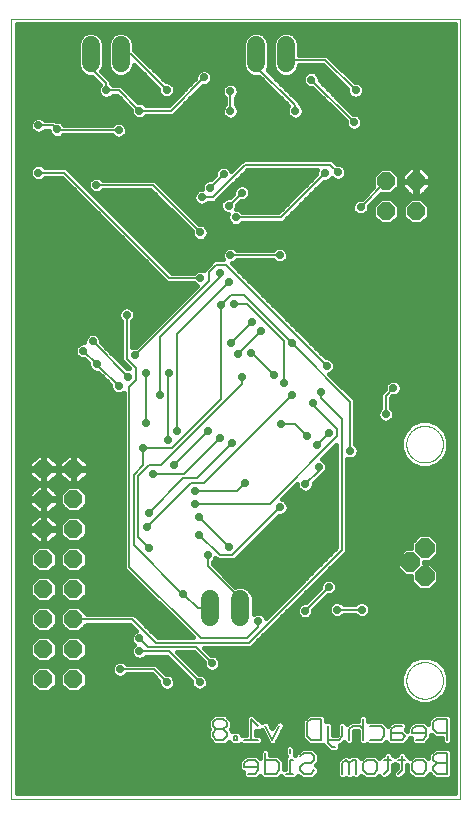
<source format=gbl>
G75*
%MOIN*%
%OFA0B0*%
%FSLAX25Y25*%
%IPPOS*%
%LPD*%
%AMOC8*
5,1,8,0,0,1.08239X$1,22.5*
%
%ADD10C,0.00000*%
%ADD11C,0.00600*%
%ADD12C,0.06000*%
%ADD13OC8,0.06450*%
%ADD14OC8,0.06000*%
%ADD15C,0.00700*%
%ADD16C,0.02800*%
%ADD17C,0.01600*%
D10*
X0004419Y0001800D02*
X0004419Y0261643D01*
X0154025Y0261643D01*
X0154045Y0001800D01*
X0004419Y0001800D01*
X0136114Y0041170D02*
X0136116Y0041326D01*
X0136122Y0041481D01*
X0136132Y0041637D01*
X0136146Y0041792D01*
X0136164Y0041947D01*
X0136185Y0042101D01*
X0136211Y0042255D01*
X0136241Y0042408D01*
X0136274Y0042560D01*
X0136312Y0042711D01*
X0136353Y0042861D01*
X0136398Y0043010D01*
X0136447Y0043158D01*
X0136500Y0043305D01*
X0136556Y0043450D01*
X0136616Y0043594D01*
X0136680Y0043736D01*
X0136747Y0043877D01*
X0136818Y0044015D01*
X0136893Y0044152D01*
X0136971Y0044287D01*
X0137052Y0044420D01*
X0137137Y0044551D01*
X0137225Y0044679D01*
X0137316Y0044806D01*
X0137410Y0044930D01*
X0137508Y0045051D01*
X0137609Y0045170D01*
X0137712Y0045286D01*
X0137819Y0045400D01*
X0137928Y0045511D01*
X0138041Y0045619D01*
X0138156Y0045724D01*
X0138273Y0045826D01*
X0138393Y0045925D01*
X0138516Y0046021D01*
X0138641Y0046114D01*
X0138769Y0046204D01*
X0138898Y0046290D01*
X0139030Y0046373D01*
X0139164Y0046453D01*
X0139300Y0046529D01*
X0139438Y0046602D01*
X0139577Y0046671D01*
X0139719Y0046736D01*
X0139862Y0046798D01*
X0140006Y0046856D01*
X0140152Y0046911D01*
X0140299Y0046962D01*
X0140448Y0047009D01*
X0140598Y0047052D01*
X0140748Y0047091D01*
X0140900Y0047127D01*
X0141053Y0047158D01*
X0141206Y0047186D01*
X0141360Y0047210D01*
X0141514Y0047230D01*
X0141669Y0047246D01*
X0141825Y0047258D01*
X0141980Y0047266D01*
X0142136Y0047270D01*
X0142292Y0047270D01*
X0142448Y0047266D01*
X0142603Y0047258D01*
X0142759Y0047246D01*
X0142914Y0047230D01*
X0143068Y0047210D01*
X0143222Y0047186D01*
X0143375Y0047158D01*
X0143528Y0047127D01*
X0143680Y0047091D01*
X0143830Y0047052D01*
X0143980Y0047009D01*
X0144129Y0046962D01*
X0144276Y0046911D01*
X0144422Y0046856D01*
X0144566Y0046798D01*
X0144709Y0046736D01*
X0144851Y0046671D01*
X0144990Y0046602D01*
X0145128Y0046529D01*
X0145264Y0046453D01*
X0145398Y0046373D01*
X0145530Y0046290D01*
X0145659Y0046204D01*
X0145787Y0046114D01*
X0145912Y0046021D01*
X0146035Y0045925D01*
X0146155Y0045826D01*
X0146272Y0045724D01*
X0146387Y0045619D01*
X0146500Y0045511D01*
X0146609Y0045400D01*
X0146716Y0045286D01*
X0146819Y0045170D01*
X0146920Y0045051D01*
X0147018Y0044930D01*
X0147112Y0044806D01*
X0147203Y0044679D01*
X0147291Y0044551D01*
X0147376Y0044420D01*
X0147457Y0044287D01*
X0147535Y0044152D01*
X0147610Y0044015D01*
X0147681Y0043877D01*
X0147748Y0043736D01*
X0147812Y0043594D01*
X0147872Y0043450D01*
X0147928Y0043305D01*
X0147981Y0043158D01*
X0148030Y0043010D01*
X0148075Y0042861D01*
X0148116Y0042711D01*
X0148154Y0042560D01*
X0148187Y0042408D01*
X0148217Y0042255D01*
X0148243Y0042101D01*
X0148264Y0041947D01*
X0148282Y0041792D01*
X0148296Y0041637D01*
X0148306Y0041481D01*
X0148312Y0041326D01*
X0148314Y0041170D01*
X0148312Y0041014D01*
X0148306Y0040859D01*
X0148296Y0040703D01*
X0148282Y0040548D01*
X0148264Y0040393D01*
X0148243Y0040239D01*
X0148217Y0040085D01*
X0148187Y0039932D01*
X0148154Y0039780D01*
X0148116Y0039629D01*
X0148075Y0039479D01*
X0148030Y0039330D01*
X0147981Y0039182D01*
X0147928Y0039035D01*
X0147872Y0038890D01*
X0147812Y0038746D01*
X0147748Y0038604D01*
X0147681Y0038463D01*
X0147610Y0038325D01*
X0147535Y0038188D01*
X0147457Y0038053D01*
X0147376Y0037920D01*
X0147291Y0037789D01*
X0147203Y0037661D01*
X0147112Y0037534D01*
X0147018Y0037410D01*
X0146920Y0037289D01*
X0146819Y0037170D01*
X0146716Y0037054D01*
X0146609Y0036940D01*
X0146500Y0036829D01*
X0146387Y0036721D01*
X0146272Y0036616D01*
X0146155Y0036514D01*
X0146035Y0036415D01*
X0145912Y0036319D01*
X0145787Y0036226D01*
X0145659Y0036136D01*
X0145530Y0036050D01*
X0145398Y0035967D01*
X0145264Y0035887D01*
X0145128Y0035811D01*
X0144990Y0035738D01*
X0144851Y0035669D01*
X0144709Y0035604D01*
X0144566Y0035542D01*
X0144422Y0035484D01*
X0144276Y0035429D01*
X0144129Y0035378D01*
X0143980Y0035331D01*
X0143830Y0035288D01*
X0143680Y0035249D01*
X0143528Y0035213D01*
X0143375Y0035182D01*
X0143222Y0035154D01*
X0143068Y0035130D01*
X0142914Y0035110D01*
X0142759Y0035094D01*
X0142603Y0035082D01*
X0142448Y0035074D01*
X0142292Y0035070D01*
X0142136Y0035070D01*
X0141980Y0035074D01*
X0141825Y0035082D01*
X0141669Y0035094D01*
X0141514Y0035110D01*
X0141360Y0035130D01*
X0141206Y0035154D01*
X0141053Y0035182D01*
X0140900Y0035213D01*
X0140748Y0035249D01*
X0140598Y0035288D01*
X0140448Y0035331D01*
X0140299Y0035378D01*
X0140152Y0035429D01*
X0140006Y0035484D01*
X0139862Y0035542D01*
X0139719Y0035604D01*
X0139577Y0035669D01*
X0139438Y0035738D01*
X0139300Y0035811D01*
X0139164Y0035887D01*
X0139030Y0035967D01*
X0138898Y0036050D01*
X0138769Y0036136D01*
X0138641Y0036226D01*
X0138516Y0036319D01*
X0138393Y0036415D01*
X0138273Y0036514D01*
X0138156Y0036616D01*
X0138041Y0036721D01*
X0137928Y0036829D01*
X0137819Y0036940D01*
X0137712Y0037054D01*
X0137609Y0037170D01*
X0137508Y0037289D01*
X0137410Y0037410D01*
X0137316Y0037534D01*
X0137225Y0037661D01*
X0137137Y0037789D01*
X0137052Y0037920D01*
X0136971Y0038053D01*
X0136893Y0038188D01*
X0136818Y0038325D01*
X0136747Y0038463D01*
X0136680Y0038604D01*
X0136616Y0038746D01*
X0136556Y0038890D01*
X0136500Y0039035D01*
X0136447Y0039182D01*
X0136398Y0039330D01*
X0136353Y0039479D01*
X0136312Y0039629D01*
X0136274Y0039780D01*
X0136241Y0039932D01*
X0136211Y0040085D01*
X0136185Y0040239D01*
X0136164Y0040393D01*
X0136146Y0040548D01*
X0136132Y0040703D01*
X0136122Y0040859D01*
X0136116Y0041014D01*
X0136114Y0041170D01*
X0136114Y0119910D02*
X0136116Y0120066D01*
X0136122Y0120221D01*
X0136132Y0120377D01*
X0136146Y0120532D01*
X0136164Y0120687D01*
X0136185Y0120841D01*
X0136211Y0120995D01*
X0136241Y0121148D01*
X0136274Y0121300D01*
X0136312Y0121451D01*
X0136353Y0121601D01*
X0136398Y0121750D01*
X0136447Y0121898D01*
X0136500Y0122045D01*
X0136556Y0122190D01*
X0136616Y0122334D01*
X0136680Y0122476D01*
X0136747Y0122617D01*
X0136818Y0122755D01*
X0136893Y0122892D01*
X0136971Y0123027D01*
X0137052Y0123160D01*
X0137137Y0123291D01*
X0137225Y0123419D01*
X0137316Y0123546D01*
X0137410Y0123670D01*
X0137508Y0123791D01*
X0137609Y0123910D01*
X0137712Y0124026D01*
X0137819Y0124140D01*
X0137928Y0124251D01*
X0138041Y0124359D01*
X0138156Y0124464D01*
X0138273Y0124566D01*
X0138393Y0124665D01*
X0138516Y0124761D01*
X0138641Y0124854D01*
X0138769Y0124944D01*
X0138898Y0125030D01*
X0139030Y0125113D01*
X0139164Y0125193D01*
X0139300Y0125269D01*
X0139438Y0125342D01*
X0139577Y0125411D01*
X0139719Y0125476D01*
X0139862Y0125538D01*
X0140006Y0125596D01*
X0140152Y0125651D01*
X0140299Y0125702D01*
X0140448Y0125749D01*
X0140598Y0125792D01*
X0140748Y0125831D01*
X0140900Y0125867D01*
X0141053Y0125898D01*
X0141206Y0125926D01*
X0141360Y0125950D01*
X0141514Y0125970D01*
X0141669Y0125986D01*
X0141825Y0125998D01*
X0141980Y0126006D01*
X0142136Y0126010D01*
X0142292Y0126010D01*
X0142448Y0126006D01*
X0142603Y0125998D01*
X0142759Y0125986D01*
X0142914Y0125970D01*
X0143068Y0125950D01*
X0143222Y0125926D01*
X0143375Y0125898D01*
X0143528Y0125867D01*
X0143680Y0125831D01*
X0143830Y0125792D01*
X0143980Y0125749D01*
X0144129Y0125702D01*
X0144276Y0125651D01*
X0144422Y0125596D01*
X0144566Y0125538D01*
X0144709Y0125476D01*
X0144851Y0125411D01*
X0144990Y0125342D01*
X0145128Y0125269D01*
X0145264Y0125193D01*
X0145398Y0125113D01*
X0145530Y0125030D01*
X0145659Y0124944D01*
X0145787Y0124854D01*
X0145912Y0124761D01*
X0146035Y0124665D01*
X0146155Y0124566D01*
X0146272Y0124464D01*
X0146387Y0124359D01*
X0146500Y0124251D01*
X0146609Y0124140D01*
X0146716Y0124026D01*
X0146819Y0123910D01*
X0146920Y0123791D01*
X0147018Y0123670D01*
X0147112Y0123546D01*
X0147203Y0123419D01*
X0147291Y0123291D01*
X0147376Y0123160D01*
X0147457Y0123027D01*
X0147535Y0122892D01*
X0147610Y0122755D01*
X0147681Y0122617D01*
X0147748Y0122476D01*
X0147812Y0122334D01*
X0147872Y0122190D01*
X0147928Y0122045D01*
X0147981Y0121898D01*
X0148030Y0121750D01*
X0148075Y0121601D01*
X0148116Y0121451D01*
X0148154Y0121300D01*
X0148187Y0121148D01*
X0148217Y0120995D01*
X0148243Y0120841D01*
X0148264Y0120687D01*
X0148282Y0120532D01*
X0148296Y0120377D01*
X0148306Y0120221D01*
X0148312Y0120066D01*
X0148314Y0119910D01*
X0148312Y0119754D01*
X0148306Y0119599D01*
X0148296Y0119443D01*
X0148282Y0119288D01*
X0148264Y0119133D01*
X0148243Y0118979D01*
X0148217Y0118825D01*
X0148187Y0118672D01*
X0148154Y0118520D01*
X0148116Y0118369D01*
X0148075Y0118219D01*
X0148030Y0118070D01*
X0147981Y0117922D01*
X0147928Y0117775D01*
X0147872Y0117630D01*
X0147812Y0117486D01*
X0147748Y0117344D01*
X0147681Y0117203D01*
X0147610Y0117065D01*
X0147535Y0116928D01*
X0147457Y0116793D01*
X0147376Y0116660D01*
X0147291Y0116529D01*
X0147203Y0116401D01*
X0147112Y0116274D01*
X0147018Y0116150D01*
X0146920Y0116029D01*
X0146819Y0115910D01*
X0146716Y0115794D01*
X0146609Y0115680D01*
X0146500Y0115569D01*
X0146387Y0115461D01*
X0146272Y0115356D01*
X0146155Y0115254D01*
X0146035Y0115155D01*
X0145912Y0115059D01*
X0145787Y0114966D01*
X0145659Y0114876D01*
X0145530Y0114790D01*
X0145398Y0114707D01*
X0145264Y0114627D01*
X0145128Y0114551D01*
X0144990Y0114478D01*
X0144851Y0114409D01*
X0144709Y0114344D01*
X0144566Y0114282D01*
X0144422Y0114224D01*
X0144276Y0114169D01*
X0144129Y0114118D01*
X0143980Y0114071D01*
X0143830Y0114028D01*
X0143680Y0113989D01*
X0143528Y0113953D01*
X0143375Y0113922D01*
X0143222Y0113894D01*
X0143068Y0113870D01*
X0142914Y0113850D01*
X0142759Y0113834D01*
X0142603Y0113822D01*
X0142448Y0113814D01*
X0142292Y0113810D01*
X0142136Y0113810D01*
X0141980Y0113814D01*
X0141825Y0113822D01*
X0141669Y0113834D01*
X0141514Y0113850D01*
X0141360Y0113870D01*
X0141206Y0113894D01*
X0141053Y0113922D01*
X0140900Y0113953D01*
X0140748Y0113989D01*
X0140598Y0114028D01*
X0140448Y0114071D01*
X0140299Y0114118D01*
X0140152Y0114169D01*
X0140006Y0114224D01*
X0139862Y0114282D01*
X0139719Y0114344D01*
X0139577Y0114409D01*
X0139438Y0114478D01*
X0139300Y0114551D01*
X0139164Y0114627D01*
X0139030Y0114707D01*
X0138898Y0114790D01*
X0138769Y0114876D01*
X0138641Y0114966D01*
X0138516Y0115059D01*
X0138393Y0115155D01*
X0138273Y0115254D01*
X0138156Y0115356D01*
X0138041Y0115461D01*
X0137928Y0115569D01*
X0137819Y0115680D01*
X0137712Y0115794D01*
X0137609Y0115910D01*
X0137508Y0116029D01*
X0137410Y0116150D01*
X0137316Y0116274D01*
X0137225Y0116401D01*
X0137137Y0116529D01*
X0137052Y0116660D01*
X0136971Y0116793D01*
X0136893Y0116928D01*
X0136818Y0117065D01*
X0136747Y0117203D01*
X0136680Y0117344D01*
X0136616Y0117486D01*
X0136556Y0117630D01*
X0136500Y0117775D01*
X0136447Y0117922D01*
X0136398Y0118070D01*
X0136353Y0118219D01*
X0136312Y0118369D01*
X0136274Y0118520D01*
X0136241Y0118672D01*
X0136211Y0118825D01*
X0136185Y0118979D01*
X0136164Y0119133D01*
X0136146Y0119288D01*
X0136132Y0119443D01*
X0136122Y0119599D01*
X0136116Y0119754D01*
X0136114Y0119910D01*
D11*
X0146285Y0028380D02*
X0145117Y0027212D01*
X0145117Y0024877D01*
X0146285Y0023709D01*
X0149788Y0023709D01*
X0149788Y0021374D02*
X0149788Y0028380D01*
X0146285Y0028380D01*
X0142790Y0024877D02*
X0142790Y0022542D01*
X0141622Y0021374D01*
X0139287Y0021374D01*
X0138119Y0023709D02*
X0138119Y0024877D01*
X0139287Y0026045D01*
X0141622Y0026045D01*
X0142790Y0024877D01*
X0142790Y0023709D02*
X0138119Y0023709D01*
X0135792Y0022542D02*
X0134624Y0023709D01*
X0131121Y0023709D01*
X0131121Y0024877D02*
X0131121Y0021374D01*
X0134624Y0021374D01*
X0135792Y0022542D01*
X0134624Y0026045D02*
X0132289Y0026045D01*
X0131121Y0024877D01*
X0128794Y0024877D02*
X0128794Y0022542D01*
X0127626Y0021374D01*
X0124123Y0021374D01*
X0124123Y0026045D02*
X0127626Y0026045D01*
X0128794Y0024877D01*
X0129959Y0015812D02*
X0129959Y0011142D01*
X0128791Y0009974D01*
X0126461Y0011142D02*
X0126461Y0013477D01*
X0125294Y0014645D01*
X0122958Y0014645D01*
X0121791Y0013477D01*
X0121791Y0011142D01*
X0122958Y0009974D01*
X0125294Y0009974D01*
X0126461Y0011142D01*
X0128791Y0014645D02*
X0131127Y0014645D01*
X0133457Y0014645D02*
X0135792Y0014645D01*
X0134624Y0015812D02*
X0134624Y0011142D01*
X0133457Y0009974D01*
X0138119Y0011142D02*
X0138119Y0013477D01*
X0139287Y0014645D01*
X0141622Y0014645D01*
X0142790Y0013477D01*
X0142790Y0011142D01*
X0141622Y0009974D01*
X0139287Y0009974D01*
X0138119Y0011142D01*
X0145117Y0011142D02*
X0146285Y0009974D01*
X0149788Y0009974D01*
X0149788Y0016980D01*
X0146285Y0016980D01*
X0145117Y0015812D01*
X0145117Y0014645D01*
X0146285Y0013477D01*
X0149788Y0013477D01*
X0146285Y0013477D02*
X0145117Y0012309D01*
X0145117Y0011142D01*
X0121796Y0021374D02*
X0121796Y0028380D01*
X0120628Y0026045D02*
X0118293Y0026045D01*
X0117125Y0024877D01*
X0117125Y0021374D01*
X0114798Y0022542D02*
X0113630Y0021374D01*
X0110127Y0021374D01*
X0110127Y0020206D02*
X0111295Y0019039D01*
X0112463Y0019039D01*
X0114798Y0022542D02*
X0114798Y0026045D01*
X0110127Y0026045D02*
X0110127Y0020206D01*
X0107800Y0021374D02*
X0104297Y0021374D01*
X0103129Y0022542D01*
X0103129Y0027212D01*
X0104297Y0028380D01*
X0107800Y0028380D01*
X0107800Y0021374D01*
X0104300Y0016980D02*
X0105467Y0015812D01*
X0105467Y0014645D01*
X0104300Y0013477D01*
X0101964Y0013477D01*
X0100797Y0012309D01*
X0100797Y0011142D01*
X0101964Y0009974D01*
X0104300Y0009974D01*
X0105467Y0011142D01*
X0104300Y0016980D02*
X0101964Y0016980D01*
X0100797Y0015812D01*
X0098469Y0014645D02*
X0097302Y0014645D01*
X0097302Y0009974D01*
X0098469Y0009974D02*
X0096134Y0009974D01*
X0093804Y0011142D02*
X0093804Y0013477D01*
X0092636Y0014645D01*
X0089133Y0014645D01*
X0089133Y0016980D02*
X0089133Y0009974D01*
X0092636Y0009974D01*
X0093804Y0011142D01*
X0097302Y0016980D02*
X0097302Y0018148D01*
X0091469Y0021374D02*
X0093804Y0026045D01*
X0089134Y0026045D02*
X0091469Y0021374D01*
X0086806Y0021374D02*
X0082136Y0021374D01*
X0084471Y0021374D02*
X0084471Y0028380D01*
X0086806Y0026045D01*
X0079808Y0022542D02*
X0078641Y0022542D01*
X0078641Y0021374D01*
X0079808Y0021374D01*
X0079808Y0022542D01*
X0076309Y0022542D02*
X0076309Y0023709D01*
X0075142Y0024877D01*
X0072806Y0024877D01*
X0071639Y0023709D01*
X0071639Y0022542D01*
X0072806Y0021374D01*
X0075142Y0021374D01*
X0076309Y0022542D01*
X0075142Y0024877D02*
X0076309Y0026045D01*
X0076309Y0027212D01*
X0075142Y0028380D01*
X0072806Y0028380D01*
X0071639Y0027212D01*
X0071639Y0026045D01*
X0072806Y0024877D01*
X0083303Y0014645D02*
X0082136Y0013477D01*
X0082136Y0012309D01*
X0086806Y0012309D01*
X0086806Y0011142D02*
X0086806Y0013477D01*
X0085639Y0014645D01*
X0083303Y0014645D01*
X0083303Y0009974D02*
X0085639Y0009974D01*
X0086806Y0011142D01*
X0114793Y0009974D02*
X0114793Y0013477D01*
X0115960Y0014645D01*
X0117128Y0013477D01*
X0117128Y0009974D01*
X0119463Y0009974D02*
X0119463Y0014645D01*
X0118296Y0014645D01*
X0117128Y0013477D01*
X0121796Y0024877D02*
X0120628Y0026045D01*
D12*
X0080777Y0062284D02*
X0080777Y0068284D01*
X0070777Y0068284D02*
X0070777Y0062284D01*
X0086033Y0246831D02*
X0086033Y0252831D01*
X0096033Y0252831D02*
X0096033Y0246831D01*
X0040915Y0246831D02*
X0040915Y0252831D01*
X0030915Y0252831D02*
X0030915Y0246831D01*
D13*
X0137477Y0080540D03*
X0142214Y0075803D03*
X0142214Y0085277D03*
D14*
X0139340Y0197587D03*
X0139340Y0207587D03*
X0129340Y0207587D03*
X0129340Y0197587D03*
X0025167Y0111603D03*
X0025167Y0101603D03*
X0025167Y0091603D03*
X0025167Y0081603D03*
X0025167Y0071603D03*
X0025167Y0061603D03*
X0025167Y0051603D03*
X0025167Y0041603D03*
X0015167Y0041603D03*
X0015167Y0051603D03*
X0015167Y0061603D03*
X0015167Y0071603D03*
X0015167Y0081603D03*
X0015167Y0091603D03*
X0015167Y0101603D03*
X0015167Y0111603D03*
D15*
X0040245Y0139300D02*
X0033159Y0146387D01*
X0032864Y0146583D01*
X0028434Y0151013D01*
X0031584Y0154162D02*
X0043297Y0142450D01*
X0046151Y0141269D02*
X0043789Y0138906D01*
X0043789Y0079064D01*
X0067608Y0055245D01*
X0082962Y0055245D01*
X0086801Y0059083D01*
X0086801Y0060855D01*
X0086702Y0060954D01*
X0080777Y0065284D02*
X0080206Y0064792D01*
X0080206Y0068828D01*
X0069871Y0079162D01*
X0069871Y0082902D01*
X0073907Y0082902D02*
X0067017Y0089792D01*
X0067017Y0095698D02*
X0076958Y0085757D01*
X0078139Y0082902D02*
X0073907Y0082902D01*
X0078139Y0082902D02*
X0094084Y0098847D01*
X0090541Y0099930D02*
X0065541Y0099930D01*
X0065541Y0104261D02*
X0079714Y0104261D01*
X0082273Y0106820D01*
X0090541Y0099930D02*
X0113080Y0122469D01*
X0113080Y0124831D01*
X0105009Y0132902D01*
X0105009Y0133690D01*
X0107568Y0135166D02*
X0107568Y0137233D01*
X0107568Y0135166D02*
X0114556Y0128178D01*
X0114556Y0084772D01*
X0083552Y0053769D01*
X0052549Y0053769D01*
X0044773Y0061544D01*
X0025186Y0061544D01*
X0025167Y0061603D01*
X0040738Y0044910D02*
X0051958Y0044910D01*
X0056289Y0040580D01*
X0056978Y0050816D02*
X0067214Y0040580D01*
X0071348Y0046879D02*
X0065934Y0052292D01*
X0049989Y0052292D01*
X0047135Y0055146D01*
X0047135Y0050816D02*
X0056978Y0050816D01*
X0066722Y0065284D02*
X0061702Y0069812D01*
X0061505Y0070107D01*
X0045265Y0086347D01*
X0045265Y0109772D01*
X0048316Y0112824D01*
X0048316Y0118729D01*
X0048612Y0118532D01*
X0057962Y0118532D01*
X0074301Y0134871D01*
X0074301Y0166072D01*
X0074497Y0166367D01*
X0077647Y0169517D01*
X0082076Y0169517D01*
X0098119Y0153473D01*
X0098316Y0153178D01*
X0117411Y0134083D01*
X0117411Y0117646D01*
X0110226Y0123650D02*
X0106190Y0119615D01*
X0103041Y0122666D02*
X0099104Y0126603D01*
X0094182Y0126603D01*
X0098119Y0136446D02*
X0068789Y0107115D01*
X0064360Y0107115D01*
X0049596Y0092351D01*
X0050285Y0097076D02*
X0061801Y0108591D01*
X0066230Y0108591D01*
X0078041Y0120402D01*
X0073907Y0122076D02*
X0061899Y0110068D01*
X0051663Y0110068D01*
X0050482Y0112922D02*
X0046741Y0109182D01*
X0046741Y0088906D01*
X0050482Y0085166D01*
X0066722Y0065284D02*
X0070777Y0065284D01*
X0058651Y0112922D02*
X0058552Y0112922D01*
X0058651Y0112922D02*
X0069871Y0124143D01*
X0059832Y0124438D02*
X0059832Y0156721D01*
X0076958Y0173847D01*
X0073907Y0175717D02*
X0073907Y0176898D01*
X0073907Y0175717D02*
X0053927Y0155737D01*
X0053927Y0136446D01*
X0056781Y0143434D02*
X0056978Y0143631D01*
X0056781Y0143434D02*
X0056781Y0121387D01*
X0054419Y0112922D02*
X0050482Y0112922D01*
X0054419Y0112922D02*
X0081387Y0139891D01*
X0081387Y0142351D01*
X0080009Y0149930D02*
X0087785Y0157706D01*
X0084734Y0160757D02*
X0077647Y0153670D01*
X0084340Y0150225D02*
X0084832Y0150225D01*
X0092017Y0143040D01*
X0095265Y0140186D02*
X0095265Y0154261D01*
X0082864Y0166662D01*
X0078828Y0166662D01*
X0070265Y0174143D02*
X0045757Y0149635D01*
X0042903Y0148454D02*
X0046151Y0145206D01*
X0046151Y0141269D01*
X0049202Y0143631D02*
X0049202Y0127095D01*
X0042903Y0148454D02*
X0042903Y0163020D01*
X0057175Y0175324D02*
X0067411Y0175324D01*
X0070265Y0174143D02*
X0070265Y0177292D01*
X0072726Y0179753D01*
X0075875Y0179753D01*
X0109537Y0146091D01*
X0129222Y0136052D02*
X0129222Y0129851D01*
X0129222Y0136052D02*
X0131781Y0138611D01*
X0106879Y0112233D02*
X0106879Y0110954D01*
X0102450Y0106524D01*
X0110226Y0072272D02*
X0102352Y0064398D01*
X0112982Y0064792D02*
X0121249Y0064792D01*
X0057175Y0175324D02*
X0022037Y0210461D01*
X0013474Y0210461D01*
X0020068Y0224635D02*
X0019773Y0224831D01*
X0018395Y0226209D01*
X0013474Y0226209D01*
X0020068Y0224635D02*
X0040147Y0224635D01*
X0040245Y0224536D01*
X0046840Y0231328D02*
X0047135Y0231131D01*
X0057568Y0231131D01*
X0068592Y0242154D01*
X0077450Y0237627D02*
X0077450Y0230934D01*
X0086112Y0245796D02*
X0086112Y0249831D01*
X0086033Y0249831D01*
X0086112Y0245796D02*
X0099104Y0232804D01*
X0099104Y0230934D01*
X0104419Y0241465D02*
X0118690Y0227194D01*
X0119182Y0237824D02*
X0109045Y0247961D01*
X0097923Y0247961D01*
X0096052Y0249831D01*
X0096033Y0249831D01*
X0082470Y0213119D02*
X0071545Y0202194D01*
X0067903Y0202194D01*
X0070757Y0205442D02*
X0075186Y0209871D01*
X0081289Y0203769D02*
X0076860Y0199339D01*
X0079222Y0195501D02*
X0094182Y0195501D01*
X0108946Y0210265D01*
X0110718Y0213119D02*
X0082470Y0213119D01*
X0067411Y0190481D02*
X0051564Y0206328D01*
X0032765Y0206328D01*
X0046840Y0231328D02*
X0040344Y0237824D01*
X0036112Y0237824D01*
X0035915Y0238119D01*
X0035915Y0240284D01*
X0030993Y0245206D01*
X0030993Y0249831D01*
X0030915Y0249831D01*
X0040915Y0249831D02*
X0044379Y0249831D01*
X0056190Y0238020D01*
X0077450Y0183001D02*
X0093887Y0183001D01*
X0113277Y0210560D02*
X0110718Y0213119D01*
X0120856Y0198946D02*
X0129419Y0207509D01*
X0129340Y0207587D01*
D16*
X0120856Y0198946D03*
X0113277Y0210560D03*
X0108946Y0210265D03*
X0118690Y0227194D03*
X0119182Y0237824D03*
X0104419Y0241465D03*
X0099104Y0230934D03*
X0081289Y0203769D03*
X0076860Y0199339D03*
X0079222Y0195501D03*
X0077450Y0183001D03*
X0073907Y0176898D03*
X0076958Y0173847D03*
X0078828Y0166662D03*
X0074497Y0166367D03*
X0067411Y0175324D03*
X0067411Y0190481D03*
X0067903Y0202194D03*
X0070757Y0205442D03*
X0075186Y0209871D03*
X0077450Y0230934D03*
X0077450Y0237627D03*
X0068592Y0242154D03*
X0066623Y0235265D03*
X0056190Y0238020D03*
X0047135Y0231131D03*
X0040245Y0224536D03*
X0036112Y0237824D03*
X0019773Y0224831D03*
X0013474Y0226209D03*
X0013474Y0210461D03*
X0012391Y0190776D03*
X0032765Y0206328D03*
X0035915Y0200619D03*
X0042903Y0163020D03*
X0036013Y0153769D03*
X0031584Y0154162D03*
X0028434Y0151013D03*
X0032864Y0146583D03*
X0040245Y0139300D03*
X0043297Y0142450D03*
X0045757Y0149635D03*
X0049202Y0143631D03*
X0053927Y0136446D03*
X0056978Y0143631D03*
X0049202Y0127095D03*
X0048316Y0118729D03*
X0051663Y0110068D03*
X0058552Y0112922D03*
X0056781Y0121387D03*
X0059832Y0124438D03*
X0069871Y0124143D03*
X0073907Y0122076D03*
X0078041Y0120402D03*
X0082273Y0106820D03*
X0094084Y0098847D03*
X0093001Y0089398D03*
X0102450Y0106524D03*
X0106879Y0112233D03*
X0106190Y0119615D03*
X0103041Y0122666D03*
X0110226Y0123650D03*
X0105009Y0133690D03*
X0107568Y0137233D03*
X0109537Y0146091D03*
X0098119Y0153473D03*
X0092017Y0143040D03*
X0095265Y0140186D03*
X0098119Y0136446D03*
X0094182Y0126603D03*
X0081387Y0142351D03*
X0080009Y0149930D03*
X0077647Y0153670D03*
X0084340Y0150225D03*
X0087785Y0157706D03*
X0084734Y0160757D03*
X0093887Y0183001D03*
X0129222Y0129851D03*
X0131781Y0138611D03*
X0138572Y0147469D03*
X0138572Y0171091D03*
X0117411Y0117646D03*
X0106781Y0092154D03*
X0110226Y0072272D03*
X0112982Y0064792D03*
X0121249Y0064792D03*
X0102352Y0064398D03*
X0086702Y0060954D03*
X0071348Y0046879D03*
X0067214Y0040580D03*
X0056289Y0040580D03*
X0047135Y0050816D03*
X0047135Y0055146D03*
X0040738Y0044910D03*
X0061702Y0069812D03*
X0069871Y0082902D03*
X0067017Y0089792D03*
X0067017Y0095698D03*
X0065541Y0099930D03*
X0065541Y0104261D03*
X0076958Y0085757D03*
X0050482Y0085166D03*
X0049596Y0092351D03*
X0050285Y0097076D03*
D17*
X0042039Y0097711D02*
X0027497Y0097711D01*
X0026989Y0097203D02*
X0029567Y0099781D01*
X0029567Y0103426D01*
X0026989Y0106003D01*
X0023344Y0106003D01*
X0020767Y0103426D01*
X0020767Y0099781D01*
X0023344Y0097203D01*
X0026989Y0097203D01*
X0026989Y0096003D02*
X0023344Y0096003D01*
X0020767Y0093426D01*
X0020767Y0089781D01*
X0023344Y0087203D01*
X0026989Y0087203D01*
X0029567Y0089781D01*
X0029567Y0093426D01*
X0026989Y0096003D01*
X0028479Y0094514D02*
X0042039Y0094514D01*
X0042039Y0096112D02*
X0017446Y0096112D01*
X0017155Y0096403D02*
X0015367Y0096403D01*
X0015367Y0091803D01*
X0019967Y0091803D01*
X0019967Y0093591D01*
X0017155Y0096403D01*
X0017155Y0096803D02*
X0019967Y0099615D01*
X0019967Y0101403D01*
X0015367Y0101403D01*
X0015367Y0101803D01*
X0019967Y0101803D01*
X0019967Y0103591D01*
X0017155Y0106403D01*
X0015367Y0106403D01*
X0015367Y0101803D01*
X0014967Y0101803D01*
X0014967Y0106403D01*
X0013178Y0106403D01*
X0010367Y0103591D01*
X0010367Y0101803D01*
X0014967Y0101803D01*
X0014967Y0101403D01*
X0015367Y0101403D01*
X0015367Y0096803D01*
X0017155Y0096803D01*
X0018062Y0097711D02*
X0022837Y0097711D01*
X0021238Y0099309D02*
X0019661Y0099309D01*
X0019967Y0100908D02*
X0020767Y0100908D01*
X0020767Y0102506D02*
X0019967Y0102506D01*
X0019453Y0104105D02*
X0021446Y0104105D01*
X0023044Y0105703D02*
X0017855Y0105703D01*
X0017155Y0106803D02*
X0019967Y0109615D01*
X0019967Y0111403D01*
X0015367Y0111403D01*
X0015367Y0111803D01*
X0019967Y0111803D01*
X0019967Y0113591D01*
X0017155Y0116403D01*
X0015367Y0116403D01*
X0015367Y0111803D01*
X0014967Y0111803D01*
X0014967Y0116403D01*
X0013178Y0116403D01*
X0010367Y0113591D01*
X0010367Y0111803D01*
X0014967Y0111803D01*
X0014967Y0111403D01*
X0015367Y0111403D01*
X0015367Y0106803D01*
X0017155Y0106803D01*
X0017653Y0107302D02*
X0022680Y0107302D01*
X0023178Y0106803D02*
X0020367Y0109615D01*
X0020367Y0111403D01*
X0024967Y0111403D01*
X0025367Y0111403D01*
X0025367Y0111803D01*
X0029967Y0111803D01*
X0029967Y0113591D01*
X0027155Y0116403D01*
X0025367Y0116403D01*
X0025367Y0111803D01*
X0024967Y0111803D01*
X0024967Y0116403D01*
X0023178Y0116403D01*
X0020367Y0113591D01*
X0020367Y0111803D01*
X0024967Y0111803D01*
X0024967Y0111403D01*
X0024967Y0106803D01*
X0023178Y0106803D01*
X0024967Y0107302D02*
X0025367Y0107302D01*
X0025367Y0106803D02*
X0027155Y0106803D01*
X0029967Y0109615D01*
X0029967Y0111403D01*
X0025367Y0111403D01*
X0025367Y0106803D01*
X0025367Y0108900D02*
X0024967Y0108900D01*
X0024967Y0110499D02*
X0025367Y0110499D01*
X0025367Y0112097D02*
X0024967Y0112097D01*
X0024967Y0113696D02*
X0025367Y0113696D01*
X0025367Y0115294D02*
X0024967Y0115294D01*
X0022070Y0115294D02*
X0018264Y0115294D01*
X0019862Y0113696D02*
X0020471Y0113696D01*
X0020367Y0112097D02*
X0019967Y0112097D01*
X0019967Y0110499D02*
X0020367Y0110499D01*
X0021081Y0108900D02*
X0019252Y0108900D01*
X0015367Y0108900D02*
X0014967Y0108900D01*
X0014967Y0107302D02*
X0015367Y0107302D01*
X0014967Y0106803D02*
X0014967Y0111403D01*
X0010367Y0111403D01*
X0010367Y0109615D01*
X0013178Y0106803D01*
X0014967Y0106803D01*
X0014967Y0105703D02*
X0015367Y0105703D01*
X0015367Y0104105D02*
X0014967Y0104105D01*
X0014967Y0102506D02*
X0015367Y0102506D01*
X0014967Y0101403D02*
X0010367Y0101403D01*
X0010367Y0099615D01*
X0013178Y0096803D01*
X0014967Y0096803D01*
X0014967Y0101403D01*
X0014967Y0100908D02*
X0015367Y0100908D01*
X0015367Y0099309D02*
X0014967Y0099309D01*
X0014967Y0097711D02*
X0015367Y0097711D01*
X0014967Y0096403D02*
X0013178Y0096403D01*
X0010367Y0093591D01*
X0010367Y0091803D01*
X0014967Y0091803D01*
X0014967Y0096403D01*
X0014967Y0096112D02*
X0015367Y0096112D01*
X0015367Y0094514D02*
X0014967Y0094514D01*
X0014967Y0092915D02*
X0015367Y0092915D01*
X0015367Y0091803D02*
X0014967Y0091803D01*
X0014967Y0091403D01*
X0015367Y0091403D01*
X0015367Y0091803D01*
X0015367Y0091403D02*
X0019967Y0091403D01*
X0019967Y0089615D01*
X0017155Y0086803D01*
X0015367Y0086803D01*
X0015367Y0091403D01*
X0015367Y0091317D02*
X0014967Y0091317D01*
X0014967Y0091403D02*
X0014967Y0086803D01*
X0013178Y0086803D01*
X0010367Y0089615D01*
X0010367Y0091403D01*
X0014967Y0091403D01*
X0014967Y0089718D02*
X0015367Y0089718D01*
X0015367Y0088120D02*
X0014967Y0088120D01*
X0013344Y0086003D02*
X0010767Y0083426D01*
X0010767Y0079781D01*
X0013344Y0077203D01*
X0016989Y0077203D01*
X0019567Y0079781D01*
X0019567Y0083426D01*
X0016989Y0086003D01*
X0013344Y0086003D01*
X0012264Y0084923D02*
X0006219Y0084923D01*
X0006219Y0086521D02*
X0042039Y0086521D01*
X0042039Y0084923D02*
X0028070Y0084923D01*
X0026989Y0086003D02*
X0023344Y0086003D01*
X0020767Y0083426D01*
X0020767Y0079781D01*
X0023344Y0077203D01*
X0026989Y0077203D01*
X0029567Y0079781D01*
X0029567Y0083426D01*
X0026989Y0086003D01*
X0027906Y0088120D02*
X0042039Y0088120D01*
X0042039Y0089718D02*
X0029504Y0089718D01*
X0029567Y0091317D02*
X0042039Y0091317D01*
X0042039Y0092915D02*
X0029567Y0092915D01*
X0029095Y0099309D02*
X0042039Y0099309D01*
X0042039Y0100908D02*
X0029567Y0100908D01*
X0029567Y0102506D02*
X0042039Y0102506D01*
X0042039Y0104105D02*
X0028888Y0104105D01*
X0027289Y0105703D02*
X0042039Y0105703D01*
X0042039Y0107302D02*
X0027653Y0107302D01*
X0029252Y0108900D02*
X0042039Y0108900D01*
X0042039Y0110499D02*
X0029967Y0110499D01*
X0029967Y0112097D02*
X0042039Y0112097D01*
X0042039Y0113696D02*
X0029862Y0113696D01*
X0028264Y0115294D02*
X0042039Y0115294D01*
X0042039Y0116893D02*
X0006219Y0116893D01*
X0006219Y0118491D02*
X0042039Y0118491D01*
X0042039Y0120090D02*
X0006219Y0120090D01*
X0006219Y0121688D02*
X0042039Y0121688D01*
X0042039Y0123287D02*
X0006219Y0123287D01*
X0006219Y0124885D02*
X0042039Y0124885D01*
X0042039Y0126484D02*
X0006219Y0126484D01*
X0006219Y0128082D02*
X0042039Y0128082D01*
X0042039Y0129681D02*
X0006219Y0129681D01*
X0006219Y0131279D02*
X0042039Y0131279D01*
X0042039Y0132878D02*
X0006219Y0132878D01*
X0006219Y0134476D02*
X0042039Y0134476D01*
X0042039Y0136075D02*
X0006219Y0136075D01*
X0006219Y0137673D02*
X0037912Y0137673D01*
X0037872Y0137714D02*
X0038659Y0136926D01*
X0039688Y0136500D01*
X0040802Y0136500D01*
X0041831Y0136926D01*
X0042039Y0137134D01*
X0042039Y0078339D01*
X0043064Y0077314D01*
X0064859Y0055518D01*
X0053273Y0055518D01*
X0046523Y0062269D01*
X0045498Y0063294D01*
X0029567Y0063294D01*
X0029567Y0063426D01*
X0026989Y0066003D01*
X0023344Y0066003D01*
X0020767Y0063426D01*
X0020767Y0059781D01*
X0023344Y0057203D01*
X0026989Y0057203D01*
X0029567Y0059781D01*
X0029567Y0059794D01*
X0044048Y0059794D01*
X0046096Y0057747D01*
X0045549Y0057520D01*
X0044761Y0056733D01*
X0044335Y0055703D01*
X0044335Y0054589D01*
X0044761Y0053560D01*
X0045341Y0052981D01*
X0044761Y0052402D01*
X0044335Y0051373D01*
X0044335Y0050259D01*
X0044761Y0049230D01*
X0045549Y0048442D01*
X0046578Y0048016D01*
X0047692Y0048016D01*
X0048721Y0048442D01*
X0049345Y0049066D01*
X0056253Y0049066D01*
X0064414Y0040905D01*
X0064414Y0040023D01*
X0064840Y0038993D01*
X0065628Y0038206D01*
X0066657Y0037780D01*
X0067771Y0037780D01*
X0068800Y0038206D01*
X0069588Y0038993D01*
X0070014Y0040023D01*
X0070014Y0041136D01*
X0069588Y0042166D01*
X0068800Y0042953D01*
X0067771Y0043380D01*
X0066889Y0043380D01*
X0059726Y0050542D01*
X0065209Y0050542D01*
X0068548Y0047204D01*
X0068548Y0046322D01*
X0068974Y0045293D01*
X0069762Y0044505D01*
X0070791Y0044079D01*
X0071905Y0044079D01*
X0072934Y0044505D01*
X0073721Y0045293D01*
X0074148Y0046322D01*
X0074148Y0047436D01*
X0073721Y0048465D01*
X0072934Y0049252D01*
X0071905Y0049679D01*
X0071023Y0049679D01*
X0068683Y0052019D01*
X0084277Y0052019D01*
X0085302Y0053044D01*
X0116306Y0084048D01*
X0116306Y0115073D01*
X0116854Y0114846D01*
X0117968Y0114846D01*
X0118997Y0115273D01*
X0119784Y0116060D01*
X0120211Y0117089D01*
X0120211Y0118203D01*
X0119784Y0119233D01*
X0119161Y0119856D01*
X0119161Y0134808D01*
X0110507Y0143462D01*
X0111123Y0143718D01*
X0111910Y0144505D01*
X0112337Y0145534D01*
X0112337Y0146648D01*
X0111910Y0147677D01*
X0111123Y0148465D01*
X0110094Y0148891D01*
X0109212Y0148891D01*
X0077902Y0180201D01*
X0078007Y0180201D01*
X0079036Y0180627D01*
X0079660Y0181251D01*
X0091677Y0181251D01*
X0092301Y0180627D01*
X0093330Y0180201D01*
X0094444Y0180201D01*
X0095473Y0180627D01*
X0096261Y0181415D01*
X0096687Y0182444D01*
X0096687Y0183558D01*
X0096261Y0184587D01*
X0095473Y0185375D01*
X0094444Y0185801D01*
X0093330Y0185801D01*
X0092301Y0185375D01*
X0091677Y0184751D01*
X0079660Y0184751D01*
X0079036Y0185375D01*
X0078007Y0185801D01*
X0076893Y0185801D01*
X0075864Y0185375D01*
X0075076Y0184587D01*
X0074650Y0183558D01*
X0074650Y0182444D01*
X0075040Y0181503D01*
X0072001Y0181503D01*
X0069540Y0179042D01*
X0068515Y0178017D01*
X0068515Y0177897D01*
X0067968Y0178124D01*
X0066854Y0178124D01*
X0065825Y0177697D01*
X0065201Y0177074D01*
X0057899Y0177074D01*
X0022762Y0212211D01*
X0015684Y0212211D01*
X0015060Y0212835D01*
X0014031Y0213261D01*
X0012917Y0213261D01*
X0011888Y0212835D01*
X0011100Y0212047D01*
X0010674Y0211018D01*
X0010674Y0209904D01*
X0011100Y0208875D01*
X0011888Y0208088D01*
X0012917Y0207661D01*
X0014031Y0207661D01*
X0015060Y0208088D01*
X0015684Y0208711D01*
X0021312Y0208711D01*
X0055425Y0174599D01*
X0056450Y0173574D01*
X0065201Y0173574D01*
X0065825Y0172950D01*
X0066371Y0172724D01*
X0046082Y0152435D01*
X0045200Y0152435D01*
X0044653Y0152208D01*
X0044653Y0160811D01*
X0045277Y0161434D01*
X0045703Y0162464D01*
X0045703Y0163577D01*
X0045277Y0164607D01*
X0044489Y0165394D01*
X0043460Y0165820D01*
X0042346Y0165820D01*
X0041317Y0165394D01*
X0040529Y0164607D01*
X0040103Y0163577D01*
X0040103Y0162464D01*
X0040529Y0161434D01*
X0041153Y0160811D01*
X0041153Y0147729D01*
X0042178Y0146704D01*
X0043632Y0145250D01*
X0042971Y0145250D01*
X0034384Y0153837D01*
X0034384Y0154719D01*
X0033958Y0155748D01*
X0033170Y0156536D01*
X0032141Y0156962D01*
X0031027Y0156962D01*
X0029998Y0156536D01*
X0029210Y0155748D01*
X0028784Y0154719D01*
X0028784Y0153813D01*
X0027877Y0153813D01*
X0026848Y0153386D01*
X0026061Y0152599D01*
X0025634Y0151570D01*
X0025634Y0150456D01*
X0026061Y0149427D01*
X0026848Y0148639D01*
X0027877Y0148213D01*
X0028759Y0148213D01*
X0030064Y0146909D01*
X0030064Y0146027D01*
X0030490Y0144997D01*
X0031277Y0144210D01*
X0032307Y0143783D01*
X0033287Y0143783D01*
X0037445Y0139625D01*
X0037445Y0138743D01*
X0037872Y0137714D01*
X0037445Y0139272D02*
X0006219Y0139272D01*
X0006219Y0140870D02*
X0036200Y0140870D01*
X0034602Y0142469D02*
X0006219Y0142469D01*
X0006219Y0144068D02*
X0031621Y0144068D01*
X0030213Y0145666D02*
X0006219Y0145666D01*
X0006219Y0147265D02*
X0029708Y0147265D01*
X0026624Y0148863D02*
X0006219Y0148863D01*
X0006219Y0150462D02*
X0025634Y0150462D01*
X0025838Y0152060D02*
X0006219Y0152060D01*
X0006219Y0153659D02*
X0027506Y0153659D01*
X0029007Y0155257D02*
X0006219Y0155257D01*
X0006219Y0156856D02*
X0030770Y0156856D01*
X0032398Y0156856D02*
X0041153Y0156856D01*
X0041153Y0158454D02*
X0006219Y0158454D01*
X0006219Y0160053D02*
X0041153Y0160053D01*
X0040439Y0161651D02*
X0006219Y0161651D01*
X0006219Y0163250D02*
X0040103Y0163250D01*
X0040771Y0164848D02*
X0006219Y0164848D01*
X0006219Y0166447D02*
X0060094Y0166447D01*
X0058496Y0164848D02*
X0045035Y0164848D01*
X0045703Y0163250D02*
X0056897Y0163250D01*
X0055299Y0161651D02*
X0045366Y0161651D01*
X0044653Y0160053D02*
X0053700Y0160053D01*
X0052102Y0158454D02*
X0044653Y0158454D01*
X0044653Y0156856D02*
X0050503Y0156856D01*
X0048905Y0155257D02*
X0044653Y0155257D01*
X0044653Y0153659D02*
X0047306Y0153659D01*
X0042178Y0146704D02*
X0042178Y0146704D01*
X0041617Y0147265D02*
X0040957Y0147265D01*
X0041153Y0148863D02*
X0039358Y0148863D01*
X0037759Y0150462D02*
X0041153Y0150462D01*
X0041153Y0152060D02*
X0036161Y0152060D01*
X0034562Y0153659D02*
X0041153Y0153659D01*
X0041153Y0155257D02*
X0034161Y0155257D01*
X0042555Y0145666D02*
X0043216Y0145666D01*
X0061693Y0168045D02*
X0006219Y0168045D01*
X0006219Y0169644D02*
X0063291Y0169644D01*
X0064890Y0171242D02*
X0006219Y0171242D01*
X0006219Y0172841D02*
X0066088Y0172841D01*
X0065764Y0177636D02*
X0057337Y0177636D01*
X0055738Y0179235D02*
X0069733Y0179235D01*
X0071331Y0180833D02*
X0054140Y0180833D01*
X0052541Y0182432D02*
X0074655Y0182432D01*
X0074846Y0184030D02*
X0050943Y0184030D01*
X0049344Y0185629D02*
X0076478Y0185629D01*
X0078422Y0185629D02*
X0092915Y0185629D01*
X0094859Y0185629D02*
X0152231Y0185629D01*
X0152231Y0187227D02*
X0047746Y0187227D01*
X0046147Y0188826D02*
X0065106Y0188826D01*
X0065037Y0188895D02*
X0065825Y0188107D01*
X0066854Y0187681D01*
X0067968Y0187681D01*
X0068997Y0188107D01*
X0069784Y0188895D01*
X0070211Y0189924D01*
X0070211Y0191038D01*
X0069784Y0192067D01*
X0068997Y0192855D01*
X0067968Y0193281D01*
X0067086Y0193281D01*
X0052289Y0208078D01*
X0034975Y0208078D01*
X0034351Y0208701D01*
X0033322Y0209128D01*
X0032208Y0209128D01*
X0031179Y0208701D01*
X0030391Y0207914D01*
X0029965Y0206885D01*
X0029965Y0205771D01*
X0030391Y0204741D01*
X0031179Y0203954D01*
X0032208Y0203528D01*
X0033322Y0203528D01*
X0034351Y0203954D01*
X0034975Y0204578D01*
X0050839Y0204578D01*
X0064611Y0190806D01*
X0064611Y0189924D01*
X0065037Y0188895D01*
X0064611Y0190424D02*
X0044549Y0190424D01*
X0042950Y0192023D02*
X0063394Y0192023D01*
X0061796Y0193621D02*
X0041352Y0193621D01*
X0039753Y0195220D02*
X0060197Y0195220D01*
X0058599Y0196818D02*
X0038155Y0196818D01*
X0036556Y0198417D02*
X0057000Y0198417D01*
X0055402Y0200015D02*
X0034958Y0200015D01*
X0033359Y0201614D02*
X0053803Y0201614D01*
X0052205Y0203212D02*
X0031761Y0203212D01*
X0030363Y0204811D02*
X0030162Y0204811D01*
X0029965Y0206409D02*
X0028564Y0206409D01*
X0026965Y0208008D02*
X0030486Y0208008D01*
X0026811Y0203212D02*
X0006219Y0203212D01*
X0006219Y0201614D02*
X0028409Y0201614D01*
X0030008Y0200015D02*
X0006219Y0200015D01*
X0006219Y0198417D02*
X0031606Y0198417D01*
X0033205Y0196818D02*
X0006219Y0196818D01*
X0006219Y0195220D02*
X0034803Y0195220D01*
X0036402Y0193621D02*
X0006219Y0193621D01*
X0006219Y0192023D02*
X0038000Y0192023D01*
X0039599Y0190424D02*
X0006219Y0190424D01*
X0006219Y0188826D02*
X0041197Y0188826D01*
X0042796Y0187227D02*
X0006219Y0187227D01*
X0006219Y0185629D02*
X0044394Y0185629D01*
X0045993Y0184030D02*
X0006219Y0184030D01*
X0006219Y0182432D02*
X0047591Y0182432D01*
X0049190Y0180833D02*
X0006219Y0180833D01*
X0006219Y0179235D02*
X0050789Y0179235D01*
X0052387Y0177636D02*
X0006219Y0177636D01*
X0006219Y0176038D02*
X0053986Y0176038D01*
X0055584Y0174439D02*
X0006219Y0174439D01*
X0006219Y0204811D02*
X0025212Y0204811D01*
X0023614Y0206409D02*
X0006219Y0206409D01*
X0006219Y0208008D02*
X0012080Y0208008D01*
X0010797Y0209606D02*
X0006219Y0209606D01*
X0006219Y0211205D02*
X0010751Y0211205D01*
X0011856Y0212803D02*
X0006219Y0212803D01*
X0006219Y0214402D02*
X0081278Y0214402D01*
X0081745Y0214869D02*
X0077786Y0210910D01*
X0077560Y0211457D01*
X0076772Y0212245D01*
X0075743Y0212671D01*
X0074629Y0212671D01*
X0073600Y0212245D01*
X0072813Y0211457D01*
X0072386Y0210428D01*
X0072386Y0209546D01*
X0071082Y0208242D01*
X0070200Y0208242D01*
X0069171Y0207815D01*
X0068383Y0207028D01*
X0067957Y0205999D01*
X0067957Y0204994D01*
X0067346Y0204994D01*
X0066317Y0204567D01*
X0065529Y0203780D01*
X0065103Y0202751D01*
X0065103Y0201637D01*
X0065529Y0200608D01*
X0066317Y0199820D01*
X0067346Y0199394D01*
X0068460Y0199394D01*
X0069489Y0199820D01*
X0070113Y0200444D01*
X0072269Y0200444D01*
X0073295Y0201469D01*
X0083195Y0211369D01*
X0106373Y0211369D01*
X0106146Y0210822D01*
X0106146Y0209939D01*
X0093458Y0197251D01*
X0081432Y0197251D01*
X0080808Y0197875D01*
X0079779Y0198301D01*
X0079460Y0198301D01*
X0079660Y0198782D01*
X0079660Y0199664D01*
X0080964Y0200969D01*
X0081846Y0200969D01*
X0082875Y0201395D01*
X0083662Y0202182D01*
X0084089Y0203212D01*
X0099419Y0203212D01*
X0097821Y0201614D02*
X0083094Y0201614D01*
X0084089Y0203212D02*
X0084089Y0204325D01*
X0083662Y0205355D01*
X0082875Y0206142D01*
X0081846Y0206568D01*
X0080732Y0206568D01*
X0079703Y0206142D01*
X0078915Y0205355D01*
X0078489Y0204325D01*
X0078489Y0203443D01*
X0077185Y0202139D01*
X0076303Y0202139D01*
X0075273Y0201713D01*
X0074486Y0200925D01*
X0074060Y0199896D01*
X0074060Y0198782D01*
X0074486Y0197753D01*
X0075273Y0196966D01*
X0076303Y0196539D01*
X0076621Y0196539D01*
X0076422Y0196058D01*
X0076422Y0194944D01*
X0076848Y0193915D01*
X0077636Y0193127D01*
X0078665Y0192701D01*
X0079779Y0192701D01*
X0080808Y0193127D01*
X0081432Y0193751D01*
X0094907Y0193751D01*
X0095932Y0194776D01*
X0108621Y0207465D01*
X0109503Y0207465D01*
X0110532Y0207891D01*
X0111259Y0208618D01*
X0111691Y0208186D01*
X0112720Y0207760D01*
X0113834Y0207760D01*
X0114863Y0208186D01*
X0115651Y0208974D01*
X0116077Y0210003D01*
X0116077Y0211117D01*
X0115651Y0212146D01*
X0114863Y0212934D01*
X0113834Y0213360D01*
X0112952Y0213360D01*
X0111443Y0214869D01*
X0081745Y0214869D01*
X0079680Y0212803D02*
X0015091Y0212803D01*
X0014867Y0208008D02*
X0022015Y0208008D01*
X0023768Y0211205D02*
X0072708Y0211205D01*
X0072386Y0209606D02*
X0025367Y0209606D01*
X0020330Y0222031D02*
X0019216Y0222031D01*
X0018187Y0222458D01*
X0017399Y0223245D01*
X0016973Y0224275D01*
X0016973Y0224459D01*
X0015684Y0224459D01*
X0015060Y0223836D01*
X0014031Y0223409D01*
X0012917Y0223409D01*
X0011888Y0223836D01*
X0011100Y0224623D01*
X0010674Y0225652D01*
X0010674Y0226766D01*
X0011100Y0227796D01*
X0011888Y0228583D01*
X0012917Y0229009D01*
X0014031Y0229009D01*
X0015060Y0228583D01*
X0015684Y0227959D01*
X0019120Y0227959D01*
X0019448Y0227631D01*
X0020330Y0227631D01*
X0021359Y0227205D01*
X0022147Y0226418D01*
X0022160Y0226385D01*
X0038134Y0226385D01*
X0038659Y0226910D01*
X0039688Y0227336D01*
X0040802Y0227336D01*
X0041831Y0226910D01*
X0042619Y0226122D01*
X0043045Y0225093D01*
X0043045Y0223979D01*
X0042619Y0222950D01*
X0041831Y0222162D01*
X0040802Y0221736D01*
X0039688Y0221736D01*
X0038659Y0222162D01*
X0037937Y0222885D01*
X0021786Y0222885D01*
X0021359Y0222458D01*
X0020330Y0222031D01*
X0021206Y0222395D02*
X0038427Y0222395D01*
X0039336Y0227190D02*
X0021374Y0227190D01*
X0017090Y0223993D02*
X0015217Y0223993D01*
X0018339Y0222395D02*
X0006219Y0222395D01*
X0006219Y0223993D02*
X0011730Y0223993D01*
X0010699Y0225592D02*
X0006219Y0225592D01*
X0006219Y0227190D02*
X0010849Y0227190D01*
X0012384Y0228789D02*
X0006219Y0228789D01*
X0006219Y0230387D02*
X0044412Y0230387D01*
X0044335Y0230574D02*
X0044761Y0229545D01*
X0045549Y0228757D01*
X0046578Y0228331D01*
X0047692Y0228331D01*
X0048721Y0228757D01*
X0049345Y0229381D01*
X0058293Y0229381D01*
X0059318Y0230406D01*
X0068267Y0239354D01*
X0069149Y0239354D01*
X0070178Y0239781D01*
X0070966Y0240568D01*
X0071392Y0241597D01*
X0071392Y0242711D01*
X0070966Y0243740D01*
X0070178Y0244528D01*
X0069149Y0244954D01*
X0068035Y0244954D01*
X0067006Y0244528D01*
X0066218Y0243740D01*
X0065792Y0242711D01*
X0065792Y0241829D01*
X0056843Y0232881D01*
X0049345Y0232881D01*
X0048721Y0233504D01*
X0047692Y0233931D01*
X0046712Y0233931D01*
X0041069Y0239574D01*
X0038321Y0239574D01*
X0037698Y0240197D01*
X0037665Y0240211D01*
X0037665Y0241009D01*
X0036640Y0242034D01*
X0034490Y0244184D01*
X0034645Y0244339D01*
X0035315Y0245956D01*
X0035315Y0253707D01*
X0034645Y0255324D01*
X0033407Y0256562D01*
X0031790Y0257231D01*
X0030039Y0257231D01*
X0028422Y0256562D01*
X0027185Y0255324D01*
X0026515Y0253707D01*
X0026515Y0245956D01*
X0027185Y0244339D01*
X0028422Y0243101D01*
X0030039Y0242431D01*
X0031293Y0242431D01*
X0034026Y0239698D01*
X0033738Y0239410D01*
X0033312Y0238381D01*
X0033312Y0237267D01*
X0033738Y0236238D01*
X0034525Y0235450D01*
X0035555Y0235024D01*
X0036668Y0235024D01*
X0037698Y0235450D01*
X0038321Y0236074D01*
X0039619Y0236074D01*
X0044335Y0231357D01*
X0044335Y0230574D01*
X0043707Y0231986D02*
X0006219Y0231986D01*
X0006219Y0233584D02*
X0042108Y0233584D01*
X0040510Y0235183D02*
X0037052Y0235183D01*
X0035171Y0235183D02*
X0006219Y0235183D01*
X0006219Y0236781D02*
X0033513Y0236781D01*
X0033312Y0238380D02*
X0006219Y0238380D01*
X0006219Y0239978D02*
X0033746Y0239978D01*
X0032147Y0241577D02*
X0006219Y0241577D01*
X0006219Y0243175D02*
X0028348Y0243175D01*
X0027005Y0244774D02*
X0006219Y0244774D01*
X0006219Y0246372D02*
X0026515Y0246372D01*
X0026515Y0247971D02*
X0006219Y0247971D01*
X0006219Y0249569D02*
X0026515Y0249569D01*
X0026515Y0251168D02*
X0006219Y0251168D01*
X0006219Y0252766D02*
X0026515Y0252766D01*
X0026787Y0254365D02*
X0006219Y0254365D01*
X0006219Y0255963D02*
X0027824Y0255963D01*
X0034005Y0255963D02*
X0037824Y0255963D01*
X0038422Y0256562D02*
X0037185Y0255324D01*
X0036515Y0253707D01*
X0036515Y0245956D01*
X0037185Y0244339D01*
X0038422Y0243101D01*
X0040039Y0242431D01*
X0041790Y0242431D01*
X0043407Y0243101D01*
X0044645Y0244339D01*
X0045315Y0245956D01*
X0045315Y0246421D01*
X0053390Y0238346D01*
X0053390Y0237464D01*
X0053817Y0236434D01*
X0054604Y0235647D01*
X0055633Y0235220D01*
X0056747Y0235220D01*
X0057776Y0235647D01*
X0058564Y0236434D01*
X0058990Y0237464D01*
X0058990Y0238577D01*
X0058564Y0239607D01*
X0057776Y0240394D01*
X0056747Y0240820D01*
X0055865Y0240820D01*
X0045315Y0251371D01*
X0045315Y0253707D01*
X0044645Y0255324D01*
X0043407Y0256562D01*
X0041790Y0257231D01*
X0040039Y0257231D01*
X0038422Y0256562D01*
X0036787Y0254365D02*
X0035042Y0254365D01*
X0035315Y0252766D02*
X0036515Y0252766D01*
X0036515Y0251168D02*
X0035315Y0251168D01*
X0035315Y0249569D02*
X0036515Y0249569D01*
X0036515Y0247971D02*
X0035315Y0247971D01*
X0035315Y0246372D02*
X0036515Y0246372D01*
X0037005Y0244774D02*
X0034825Y0244774D01*
X0035499Y0243175D02*
X0038348Y0243175D01*
X0037097Y0241577D02*
X0050159Y0241577D01*
X0048561Y0243175D02*
X0043481Y0243175D01*
X0044825Y0244774D02*
X0046962Y0244774D01*
X0045364Y0246372D02*
X0045315Y0246372D01*
X0047116Y0249569D02*
X0081633Y0249569D01*
X0081633Y0247971D02*
X0048715Y0247971D01*
X0050313Y0246372D02*
X0081633Y0246372D01*
X0081633Y0245956D02*
X0082303Y0244339D01*
X0083540Y0243101D01*
X0085158Y0242431D01*
X0086908Y0242431D01*
X0086974Y0242459D01*
X0096821Y0232611D01*
X0096730Y0232520D01*
X0096304Y0231491D01*
X0096304Y0230377D01*
X0096730Y0229348D01*
X0097518Y0228560D01*
X0098547Y0228134D01*
X0099661Y0228134D01*
X0100690Y0228560D01*
X0101477Y0229348D01*
X0101904Y0230377D01*
X0101904Y0231491D01*
X0101477Y0232520D01*
X0100854Y0233144D01*
X0100854Y0233529D01*
X0089845Y0244537D01*
X0090433Y0245956D01*
X0090433Y0253707D01*
X0089763Y0255324D01*
X0088525Y0256562D01*
X0086908Y0257231D01*
X0085158Y0257231D01*
X0083540Y0256562D01*
X0082303Y0255324D01*
X0081633Y0253707D01*
X0081633Y0245956D01*
X0082123Y0244774D02*
X0069585Y0244774D01*
X0067599Y0244774D02*
X0051912Y0244774D01*
X0053510Y0243175D02*
X0065984Y0243175D01*
X0065539Y0241577D02*
X0055109Y0241577D01*
X0053356Y0238380D02*
X0042263Y0238380D01*
X0043861Y0236781D02*
X0053673Y0236781D01*
X0051758Y0239978D02*
X0037917Y0239978D01*
X0045460Y0235183D02*
X0059145Y0235183D01*
X0058708Y0236781D02*
X0060744Y0236781D01*
X0062342Y0238380D02*
X0058990Y0238380D01*
X0058192Y0239978D02*
X0063941Y0239978D01*
X0065694Y0236781D02*
X0074770Y0236781D01*
X0074650Y0237070D02*
X0075076Y0236041D01*
X0075700Y0235417D01*
X0075700Y0233144D01*
X0075076Y0232520D01*
X0074650Y0231491D01*
X0074650Y0230377D01*
X0075076Y0229348D01*
X0075864Y0228560D01*
X0076893Y0228134D01*
X0078007Y0228134D01*
X0079036Y0228560D01*
X0079824Y0229348D01*
X0080250Y0230377D01*
X0080250Y0231491D01*
X0079824Y0232520D01*
X0079200Y0233144D01*
X0079200Y0235417D01*
X0079824Y0236041D01*
X0080250Y0237070D01*
X0080250Y0238184D01*
X0079824Y0239213D01*
X0079036Y0240000D01*
X0078007Y0240427D01*
X0076893Y0240427D01*
X0075864Y0240000D01*
X0075076Y0239213D01*
X0074650Y0238184D01*
X0074650Y0237070D01*
X0074731Y0238380D02*
X0067292Y0238380D01*
X0070376Y0239978D02*
X0075842Y0239978D01*
X0079058Y0239978D02*
X0089455Y0239978D01*
X0091053Y0238380D02*
X0080169Y0238380D01*
X0080131Y0236781D02*
X0092652Y0236781D01*
X0094250Y0235183D02*
X0079200Y0235183D01*
X0079200Y0233584D02*
X0095849Y0233584D01*
X0096509Y0231986D02*
X0080045Y0231986D01*
X0080250Y0230387D02*
X0096304Y0230387D01*
X0097289Y0228789D02*
X0079265Y0228789D01*
X0075636Y0228789D02*
X0048753Y0228789D01*
X0045517Y0228789D02*
X0014564Y0228789D01*
X0006219Y0220796D02*
X0152228Y0220796D01*
X0152228Y0219198D02*
X0006219Y0219198D01*
X0006219Y0217599D02*
X0152228Y0217599D01*
X0152228Y0216001D02*
X0006219Y0216001D01*
X0006219Y0257562D02*
X0152225Y0257562D01*
X0152225Y0259160D02*
X0006219Y0259160D01*
X0006219Y0259843D02*
X0152225Y0259843D01*
X0152244Y0003600D01*
X0006219Y0003600D01*
X0006219Y0259843D01*
X0041155Y0227190D02*
X0115890Y0227190D01*
X0115890Y0227519D02*
X0115890Y0226637D01*
X0116317Y0225608D01*
X0117104Y0224820D01*
X0118133Y0224394D01*
X0119247Y0224394D01*
X0120276Y0224820D01*
X0121064Y0225608D01*
X0121490Y0226637D01*
X0121490Y0227751D01*
X0121064Y0228780D01*
X0120276Y0229567D01*
X0119247Y0229994D01*
X0118365Y0229994D01*
X0107219Y0241140D01*
X0107219Y0242022D01*
X0106792Y0243051D01*
X0106005Y0243839D01*
X0104976Y0244265D01*
X0103862Y0244265D01*
X0102833Y0243839D01*
X0102045Y0243051D01*
X0101619Y0242022D01*
X0101619Y0240908D01*
X0102045Y0239879D01*
X0102833Y0239092D01*
X0103862Y0238665D01*
X0104744Y0238665D01*
X0115890Y0227519D01*
X0114620Y0228789D02*
X0100918Y0228789D01*
X0101904Y0230387D02*
X0113022Y0230387D01*
X0111423Y0231986D02*
X0101699Y0231986D01*
X0100798Y0233584D02*
X0109825Y0233584D01*
X0108226Y0235183D02*
X0099200Y0235183D01*
X0097601Y0236781D02*
X0106628Y0236781D01*
X0105029Y0238380D02*
X0096003Y0238380D01*
X0094404Y0239978D02*
X0102004Y0239978D01*
X0101619Y0241577D02*
X0092806Y0241577D01*
X0093540Y0243101D02*
X0095158Y0242431D01*
X0096908Y0242431D01*
X0098525Y0243101D01*
X0099763Y0244339D01*
X0100433Y0245956D01*
X0100433Y0246211D01*
X0108320Y0246211D01*
X0116382Y0238149D01*
X0116382Y0237267D01*
X0116809Y0236238D01*
X0117596Y0235450D01*
X0118625Y0235024D01*
X0119739Y0235024D01*
X0120768Y0235450D01*
X0121556Y0236238D01*
X0121982Y0237267D01*
X0121982Y0238381D01*
X0121556Y0239410D01*
X0120768Y0240197D01*
X0119739Y0240624D01*
X0118857Y0240624D01*
X0110795Y0248686D01*
X0109769Y0249711D01*
X0100433Y0249711D01*
X0100433Y0253707D01*
X0099763Y0255324D01*
X0098525Y0256562D01*
X0096908Y0257231D01*
X0095158Y0257231D01*
X0093540Y0256562D01*
X0092303Y0255324D01*
X0091633Y0253707D01*
X0091633Y0245956D01*
X0092303Y0244339D01*
X0093540Y0243101D01*
X0093467Y0243175D02*
X0091207Y0243175D01*
X0092123Y0244774D02*
X0089943Y0244774D01*
X0090433Y0246372D02*
X0091633Y0246372D01*
X0091633Y0247971D02*
X0090433Y0247971D01*
X0090433Y0249569D02*
X0091633Y0249569D01*
X0091633Y0251168D02*
X0090433Y0251168D01*
X0090433Y0252766D02*
X0091633Y0252766D01*
X0091905Y0254365D02*
X0090160Y0254365D01*
X0089124Y0255963D02*
X0092942Y0255963D01*
X0099124Y0255963D02*
X0152225Y0255963D01*
X0152225Y0254365D02*
X0100160Y0254365D01*
X0100433Y0252766D02*
X0152226Y0252766D01*
X0152226Y0251168D02*
X0100433Y0251168D01*
X0099943Y0244774D02*
X0109757Y0244774D01*
X0111356Y0243175D02*
X0106669Y0243175D01*
X0107219Y0241577D02*
X0112954Y0241577D01*
X0114553Y0239978D02*
X0108381Y0239978D01*
X0109979Y0238380D02*
X0116151Y0238380D01*
X0116584Y0236781D02*
X0111578Y0236781D01*
X0113176Y0235183D02*
X0118241Y0235183D01*
X0120123Y0235183D02*
X0152227Y0235183D01*
X0152227Y0236781D02*
X0121781Y0236781D01*
X0121982Y0238380D02*
X0152227Y0238380D01*
X0152227Y0239978D02*
X0120988Y0239978D01*
X0117904Y0241577D02*
X0152226Y0241577D01*
X0152226Y0243175D02*
X0116306Y0243175D01*
X0114707Y0244774D02*
X0152226Y0244774D01*
X0152226Y0246372D02*
X0113109Y0246372D01*
X0111510Y0247971D02*
X0152226Y0247971D01*
X0152226Y0249569D02*
X0109912Y0249569D01*
X0102169Y0243175D02*
X0098599Y0243175D01*
X0087856Y0241577D02*
X0071383Y0241577D01*
X0071200Y0243175D02*
X0083467Y0243175D01*
X0081633Y0251168D02*
X0045518Y0251168D01*
X0045315Y0252766D02*
X0081633Y0252766D01*
X0081905Y0254365D02*
X0045042Y0254365D01*
X0044005Y0255963D02*
X0082942Y0255963D01*
X0075700Y0235183D02*
X0064095Y0235183D01*
X0062497Y0233584D02*
X0075700Y0233584D01*
X0074855Y0231986D02*
X0060898Y0231986D01*
X0059300Y0230387D02*
X0074650Y0230387D01*
X0077664Y0211205D02*
X0078081Y0211205D01*
X0079834Y0208008D02*
X0104215Y0208008D01*
X0105813Y0209606D02*
X0081432Y0209606D01*
X0083031Y0211205D02*
X0106305Y0211205D01*
X0107566Y0206409D02*
X0124940Y0206409D01*
X0124940Y0205765D02*
X0125070Y0205635D01*
X0121181Y0201746D01*
X0120299Y0201746D01*
X0119270Y0201319D01*
X0118482Y0200532D01*
X0118056Y0199503D01*
X0118056Y0198389D01*
X0118482Y0197360D01*
X0119270Y0196572D01*
X0120299Y0196146D01*
X0121413Y0196146D01*
X0122442Y0196572D01*
X0123229Y0197360D01*
X0123656Y0198389D01*
X0123656Y0199271D01*
X0127572Y0203187D01*
X0131162Y0203187D01*
X0133740Y0205765D01*
X0133740Y0209410D01*
X0131162Y0211987D01*
X0127517Y0211987D01*
X0124940Y0209410D01*
X0124940Y0205765D01*
X0124246Y0204811D02*
X0105967Y0204811D01*
X0104369Y0203212D02*
X0122648Y0203212D01*
X0124940Y0208008D02*
X0114433Y0208008D01*
X0115913Y0209606D02*
X0125136Y0209606D01*
X0126735Y0211205D02*
X0116040Y0211205D01*
X0114993Y0212803D02*
X0152229Y0212803D01*
X0152229Y0211205D02*
X0142511Y0211205D01*
X0141328Y0212387D02*
X0144140Y0209576D01*
X0144140Y0207787D01*
X0139540Y0207787D01*
X0139540Y0207387D01*
X0139540Y0202787D01*
X0141328Y0202787D01*
X0144140Y0205599D01*
X0144140Y0207387D01*
X0139540Y0207387D01*
X0139140Y0207387D01*
X0139140Y0202787D01*
X0137352Y0202787D01*
X0134540Y0205599D01*
X0134540Y0207387D01*
X0139140Y0207387D01*
X0139140Y0207787D01*
X0134540Y0207787D01*
X0134540Y0209576D01*
X0137352Y0212387D01*
X0139140Y0212387D01*
X0139140Y0207787D01*
X0139540Y0207787D01*
X0139540Y0212387D01*
X0141328Y0212387D01*
X0139540Y0211205D02*
X0139140Y0211205D01*
X0139140Y0209606D02*
X0139540Y0209606D01*
X0139540Y0208008D02*
X0139140Y0208008D01*
X0139140Y0206409D02*
X0139540Y0206409D01*
X0139540Y0204811D02*
X0139140Y0204811D01*
X0139140Y0203212D02*
X0139540Y0203212D01*
X0141162Y0201987D02*
X0137517Y0201987D01*
X0134940Y0199410D01*
X0134940Y0195765D01*
X0137517Y0193187D01*
X0141162Y0193187D01*
X0143740Y0195765D01*
X0143740Y0199410D01*
X0141162Y0201987D01*
X0141536Y0201614D02*
X0152229Y0201614D01*
X0152229Y0203212D02*
X0141753Y0203212D01*
X0143352Y0204811D02*
X0152229Y0204811D01*
X0152229Y0206409D02*
X0144140Y0206409D01*
X0144140Y0208008D02*
X0152229Y0208008D01*
X0152229Y0209606D02*
X0144109Y0209606D01*
X0143134Y0200015D02*
X0152230Y0200015D01*
X0152230Y0198417D02*
X0143740Y0198417D01*
X0143740Y0196818D02*
X0152230Y0196818D01*
X0152230Y0195220D02*
X0143195Y0195220D01*
X0141596Y0193621D02*
X0152230Y0193621D01*
X0152230Y0192023D02*
X0069803Y0192023D01*
X0070211Y0190424D02*
X0152230Y0190424D01*
X0152230Y0188826D02*
X0069715Y0188826D01*
X0066745Y0193621D02*
X0077141Y0193621D01*
X0076422Y0195220D02*
X0065147Y0195220D01*
X0063548Y0196818D02*
X0075629Y0196818D01*
X0074211Y0198417D02*
X0061950Y0198417D01*
X0060351Y0200015D02*
X0066121Y0200015D01*
X0065112Y0201614D02*
X0058753Y0201614D01*
X0057154Y0203212D02*
X0065294Y0203212D01*
X0066905Y0204811D02*
X0055556Y0204811D01*
X0053957Y0206409D02*
X0068127Y0206409D01*
X0069636Y0208008D02*
X0052359Y0208008D01*
X0042064Y0222395D02*
X0152228Y0222395D01*
X0152228Y0223993D02*
X0043045Y0223993D01*
X0042839Y0225592D02*
X0116333Y0225592D01*
X0117972Y0230387D02*
X0152227Y0230387D01*
X0152227Y0228789D02*
X0121055Y0228789D01*
X0121490Y0227190D02*
X0152228Y0227190D01*
X0152228Y0225592D02*
X0121048Y0225592D01*
X0116373Y0231986D02*
X0152227Y0231986D01*
X0152227Y0233584D02*
X0114775Y0233584D01*
X0111910Y0214402D02*
X0152229Y0214402D01*
X0137144Y0201614D02*
X0131536Y0201614D01*
X0131162Y0201987D02*
X0127517Y0201987D01*
X0124940Y0199410D01*
X0124940Y0195765D01*
X0127517Y0193187D01*
X0131162Y0193187D01*
X0133740Y0195765D01*
X0133740Y0199410D01*
X0131162Y0201987D01*
X0131187Y0203212D02*
X0136927Y0203212D01*
X0135328Y0204811D02*
X0132786Y0204811D01*
X0133740Y0206409D02*
X0134540Y0206409D01*
X0134540Y0208008D02*
X0133740Y0208008D01*
X0133543Y0209606D02*
X0134571Y0209606D01*
X0136169Y0211205D02*
X0131945Y0211205D01*
X0127144Y0201614D02*
X0125999Y0201614D01*
X0125545Y0200015D02*
X0124400Y0200015D01*
X0124940Y0198417D02*
X0123656Y0198417D01*
X0122688Y0196818D02*
X0124940Y0196818D01*
X0125485Y0195220D02*
X0096376Y0195220D01*
X0097975Y0196818D02*
X0119023Y0196818D01*
X0118056Y0198417D02*
X0099573Y0198417D01*
X0101172Y0200015D02*
X0118268Y0200015D01*
X0119981Y0201614D02*
X0102770Y0201614D01*
X0101018Y0204811D02*
X0083888Y0204811D01*
X0082230Y0206409D02*
X0102616Y0206409D01*
X0096222Y0200015D02*
X0080010Y0200015D01*
X0079508Y0198417D02*
X0094624Y0198417D01*
X0096491Y0184030D02*
X0152231Y0184030D01*
X0152231Y0182432D02*
X0096682Y0182432D01*
X0095679Y0180833D02*
X0152231Y0180833D01*
X0152231Y0179235D02*
X0078868Y0179235D01*
X0079242Y0180833D02*
X0092095Y0180833D01*
X0086861Y0171242D02*
X0152232Y0171242D01*
X0152232Y0169644D02*
X0088459Y0169644D01*
X0090058Y0168045D02*
X0152232Y0168045D01*
X0152232Y0166447D02*
X0091656Y0166447D01*
X0093255Y0164848D02*
X0152232Y0164848D01*
X0152232Y0163250D02*
X0094853Y0163250D01*
X0096452Y0161651D02*
X0152233Y0161651D01*
X0152233Y0160053D02*
X0098050Y0160053D01*
X0099649Y0158454D02*
X0152233Y0158454D01*
X0152233Y0156856D02*
X0101247Y0156856D01*
X0102846Y0155257D02*
X0152233Y0155257D01*
X0152233Y0153659D02*
X0104444Y0153659D01*
X0106043Y0152060D02*
X0152233Y0152060D01*
X0152233Y0150462D02*
X0107641Y0150462D01*
X0110162Y0148863D02*
X0152233Y0148863D01*
X0152234Y0147265D02*
X0112081Y0147265D01*
X0112337Y0145666D02*
X0152234Y0145666D01*
X0152234Y0144068D02*
X0111473Y0144068D01*
X0111500Y0142469D02*
X0152234Y0142469D01*
X0152234Y0140870D02*
X0133481Y0140870D01*
X0133367Y0140985D02*
X0132338Y0141411D01*
X0131224Y0141411D01*
X0130195Y0140985D01*
X0129407Y0140197D01*
X0128981Y0139168D01*
X0128981Y0138286D01*
X0127472Y0136777D01*
X0127472Y0132061D01*
X0126848Y0131437D01*
X0126422Y0130408D01*
X0126422Y0129294D01*
X0126848Y0128265D01*
X0127636Y0127477D01*
X0128665Y0127051D01*
X0129779Y0127051D01*
X0130808Y0127477D01*
X0131595Y0128265D01*
X0132022Y0129294D01*
X0132022Y0130408D01*
X0131595Y0131437D01*
X0130972Y0132061D01*
X0130972Y0135327D01*
X0131456Y0135811D01*
X0132338Y0135811D01*
X0133367Y0136237D01*
X0134155Y0137025D01*
X0134581Y0138054D01*
X0134581Y0139168D01*
X0134155Y0140197D01*
X0133367Y0140985D01*
X0134538Y0139272D02*
X0152234Y0139272D01*
X0152234Y0137673D02*
X0134423Y0137673D01*
X0132975Y0136075D02*
X0152234Y0136075D01*
X0152235Y0134476D02*
X0130972Y0134476D01*
X0130972Y0132878D02*
X0152235Y0132878D01*
X0152235Y0131279D02*
X0131661Y0131279D01*
X0132022Y0129681D02*
X0152235Y0129681D01*
X0152235Y0128082D02*
X0131413Y0128082D01*
X0135517Y0124385D02*
X0134314Y0121482D01*
X0134314Y0118339D01*
X0135517Y0115435D01*
X0137739Y0113213D01*
X0140642Y0112010D01*
X0143785Y0112010D01*
X0146689Y0113213D01*
X0148911Y0115435D01*
X0150114Y0118339D01*
X0150114Y0121482D01*
X0148911Y0124385D01*
X0146689Y0126608D01*
X0143785Y0127810D01*
X0140642Y0127810D01*
X0137739Y0126608D01*
X0135517Y0124385D01*
X0136017Y0124885D02*
X0119161Y0124885D01*
X0119161Y0123287D02*
X0135062Y0123287D01*
X0134400Y0121688D02*
X0119161Y0121688D01*
X0119161Y0120090D02*
X0134314Y0120090D01*
X0134314Y0118491D02*
X0120091Y0118491D01*
X0120129Y0116893D02*
X0134913Y0116893D01*
X0135658Y0115294D02*
X0119018Y0115294D01*
X0116306Y0113696D02*
X0137256Y0113696D01*
X0140432Y0112097D02*
X0116306Y0112097D01*
X0116306Y0110499D02*
X0152236Y0110499D01*
X0152236Y0112097D02*
X0143995Y0112097D01*
X0147172Y0113696D02*
X0152236Y0113696D01*
X0152236Y0115294D02*
X0148770Y0115294D01*
X0149515Y0116893D02*
X0152236Y0116893D01*
X0152236Y0118491D02*
X0150114Y0118491D01*
X0150114Y0120090D02*
X0152236Y0120090D01*
X0152236Y0121688D02*
X0150028Y0121688D01*
X0149366Y0123287D02*
X0152235Y0123287D01*
X0152235Y0124885D02*
X0148411Y0124885D01*
X0146813Y0126484D02*
X0152235Y0126484D01*
X0152237Y0108900D02*
X0116306Y0108900D01*
X0116306Y0107302D02*
X0152237Y0107302D01*
X0152237Y0105703D02*
X0116306Y0105703D01*
X0116306Y0104105D02*
X0152237Y0104105D01*
X0152237Y0102506D02*
X0116306Y0102506D01*
X0116306Y0100908D02*
X0152237Y0100908D01*
X0152237Y0099309D02*
X0116306Y0099309D01*
X0116306Y0097711D02*
X0152237Y0097711D01*
X0152237Y0096112D02*
X0116306Y0096112D01*
X0116306Y0094514D02*
X0152238Y0094514D01*
X0152238Y0092915D02*
X0116306Y0092915D01*
X0116306Y0091317D02*
X0152238Y0091317D01*
X0152238Y0089718D02*
X0144314Y0089718D01*
X0144130Y0089902D02*
X0140298Y0089902D01*
X0137589Y0087193D01*
X0137589Y0085165D01*
X0135561Y0085165D01*
X0132852Y0082456D01*
X0132852Y0078624D01*
X0135561Y0075915D01*
X0137589Y0075915D01*
X0137589Y0073887D01*
X0140298Y0071178D01*
X0144130Y0071178D01*
X0146839Y0073887D01*
X0146839Y0077719D01*
X0144130Y0080428D01*
X0142102Y0080428D01*
X0142102Y0080652D01*
X0144130Y0080652D01*
X0146839Y0083361D01*
X0146839Y0087193D01*
X0144130Y0089902D01*
X0145912Y0088120D02*
X0152238Y0088120D01*
X0152238Y0086521D02*
X0146839Y0086521D01*
X0146839Y0084923D02*
X0152238Y0084923D01*
X0152238Y0083324D02*
X0146802Y0083324D01*
X0145203Y0081726D02*
X0152239Y0081726D01*
X0152239Y0080127D02*
X0144431Y0080127D01*
X0146029Y0078529D02*
X0152239Y0078529D01*
X0152239Y0076930D02*
X0146839Y0076930D01*
X0146839Y0075332D02*
X0152239Y0075332D01*
X0152239Y0073733D02*
X0146684Y0073733D01*
X0145086Y0072134D02*
X0152239Y0072134D01*
X0152239Y0070536D02*
X0112449Y0070536D01*
X0112599Y0070686D02*
X0113026Y0071715D01*
X0113026Y0072829D01*
X0112599Y0073859D01*
X0111812Y0074646D01*
X0110783Y0075072D01*
X0109669Y0075072D01*
X0108640Y0074646D01*
X0107852Y0073859D01*
X0107426Y0072829D01*
X0107426Y0071947D01*
X0102677Y0067198D01*
X0101795Y0067198D01*
X0100766Y0066772D01*
X0099978Y0065984D01*
X0099552Y0064955D01*
X0099552Y0063841D01*
X0099978Y0062812D01*
X0100766Y0062025D01*
X0101795Y0061598D01*
X0102909Y0061598D01*
X0103938Y0062025D01*
X0104725Y0062812D01*
X0105152Y0063841D01*
X0105152Y0064724D01*
X0109901Y0069472D01*
X0110783Y0069472D01*
X0111812Y0069899D01*
X0112599Y0070686D01*
X0113026Y0072134D02*
X0139342Y0072134D01*
X0137743Y0073733D02*
X0112651Y0073733D01*
X0109189Y0076930D02*
X0134546Y0076930D01*
X0132948Y0078529D02*
X0110787Y0078529D01*
X0112386Y0080127D02*
X0132852Y0080127D01*
X0132852Y0081726D02*
X0113984Y0081726D01*
X0115583Y0083324D02*
X0133720Y0083324D01*
X0135319Y0084923D02*
X0116306Y0084923D01*
X0116306Y0086521D02*
X0137589Y0086521D01*
X0138516Y0088120D02*
X0116306Y0088120D01*
X0116306Y0089718D02*
X0140114Y0089718D01*
X0137589Y0075332D02*
X0107590Y0075332D01*
X0107800Y0073733D02*
X0105992Y0073733D01*
X0107426Y0072134D02*
X0104393Y0072134D01*
X0102795Y0070536D02*
X0106014Y0070536D01*
X0104416Y0068937D02*
X0101196Y0068937D01*
X0099598Y0067339D02*
X0102817Y0067339D01*
X0105152Y0064142D02*
X0110220Y0064142D01*
X0110182Y0064235D02*
X0110608Y0063206D01*
X0111396Y0062418D01*
X0112425Y0061992D01*
X0113539Y0061992D01*
X0114568Y0062418D01*
X0115191Y0063042D01*
X0119040Y0063042D01*
X0119663Y0062418D01*
X0120692Y0061992D01*
X0121806Y0061992D01*
X0122835Y0062418D01*
X0123623Y0063206D01*
X0124049Y0064235D01*
X0124049Y0065349D01*
X0123623Y0066378D01*
X0122835Y0067166D01*
X0121806Y0067592D01*
X0120692Y0067592D01*
X0119663Y0067166D01*
X0119040Y0066542D01*
X0115191Y0066542D01*
X0114568Y0067166D01*
X0113539Y0067592D01*
X0112425Y0067592D01*
X0111396Y0067166D01*
X0110608Y0066378D01*
X0110182Y0065349D01*
X0110182Y0064235D01*
X0110344Y0065740D02*
X0106169Y0065740D01*
X0107767Y0067339D02*
X0111813Y0067339D01*
X0109366Y0068937D02*
X0152240Y0068937D01*
X0152240Y0067339D02*
X0122417Y0067339D01*
X0123887Y0065740D02*
X0152240Y0065740D01*
X0152240Y0064142D02*
X0124011Y0064142D01*
X0122960Y0062543D02*
X0152240Y0062543D01*
X0152240Y0060945D02*
X0093204Y0060945D01*
X0094802Y0062543D02*
X0100247Y0062543D01*
X0099552Y0064142D02*
X0096401Y0064142D01*
X0097999Y0065740D02*
X0099877Y0065740D01*
X0096247Y0068937D02*
X0085177Y0068937D01*
X0085177Y0069159D02*
X0084507Y0070777D01*
X0083269Y0072014D01*
X0081652Y0072684D01*
X0079902Y0072684D01*
X0079140Y0072369D01*
X0071621Y0079887D01*
X0071621Y0080693D01*
X0072245Y0081316D01*
X0072471Y0081863D01*
X0073182Y0081152D01*
X0078864Y0081152D01*
X0079889Y0082177D01*
X0093759Y0096047D01*
X0094641Y0096047D01*
X0095670Y0096474D01*
X0096458Y0097261D01*
X0096884Y0098290D01*
X0096884Y0099404D01*
X0096458Y0100433D01*
X0095670Y0101221D01*
X0094706Y0101620D01*
X0099650Y0106565D01*
X0099650Y0105967D01*
X0100076Y0104938D01*
X0100864Y0104151D01*
X0101893Y0103724D01*
X0103007Y0103724D01*
X0104036Y0104151D01*
X0104824Y0104938D01*
X0105250Y0105967D01*
X0105250Y0106850D01*
X0108115Y0109714D01*
X0108465Y0109859D01*
X0109253Y0110647D01*
X0109679Y0111676D01*
X0109679Y0112790D01*
X0109253Y0113819D01*
X0108465Y0114607D01*
X0107919Y0114833D01*
X0112806Y0119721D01*
X0112806Y0085497D01*
X0089302Y0061993D01*
X0089076Y0062540D01*
X0088288Y0063327D01*
X0087259Y0063754D01*
X0086145Y0063754D01*
X0085177Y0063352D01*
X0085177Y0069159D01*
X0084607Y0070536D02*
X0097845Y0070536D01*
X0099444Y0072134D02*
X0082979Y0072134D01*
X0085177Y0067339D02*
X0094648Y0067339D01*
X0093050Y0065740D02*
X0085177Y0065740D01*
X0085177Y0064142D02*
X0091451Y0064142D01*
X0089853Y0062543D02*
X0089072Y0062543D01*
X0091605Y0059346D02*
X0152240Y0059346D01*
X0152240Y0057748D02*
X0090007Y0057748D01*
X0088408Y0056149D02*
X0152241Y0056149D01*
X0152241Y0054551D02*
X0086810Y0054551D01*
X0085211Y0052952D02*
X0152241Y0052952D01*
X0152241Y0051354D02*
X0069348Y0051354D01*
X0070946Y0049755D02*
X0152241Y0049755D01*
X0152241Y0048157D02*
X0145990Y0048157D01*
X0146689Y0047867D02*
X0143785Y0049070D01*
X0140642Y0049070D01*
X0137739Y0047867D01*
X0135517Y0045645D01*
X0134314Y0042741D01*
X0134314Y0039599D01*
X0135517Y0036695D01*
X0137739Y0034473D01*
X0140642Y0033270D01*
X0143785Y0033270D01*
X0146689Y0034473D01*
X0148911Y0036695D01*
X0150114Y0039599D01*
X0150114Y0042741D01*
X0148911Y0045645D01*
X0146689Y0047867D01*
X0147998Y0046558D02*
X0152241Y0046558D01*
X0152241Y0044960D02*
X0149195Y0044960D01*
X0149857Y0043361D02*
X0152241Y0043361D01*
X0152242Y0041763D02*
X0150114Y0041763D01*
X0150114Y0040164D02*
X0152242Y0040164D01*
X0152242Y0038566D02*
X0149686Y0038566D01*
X0149024Y0036967D02*
X0152242Y0036967D01*
X0152242Y0035369D02*
X0147585Y0035369D01*
X0144993Y0033770D02*
X0152242Y0033770D01*
X0152242Y0032172D02*
X0006219Y0032172D01*
X0006219Y0033770D02*
X0139435Y0033770D01*
X0136843Y0035369D02*
X0006219Y0035369D01*
X0006219Y0036967D02*
X0135404Y0036967D01*
X0134742Y0038566D02*
X0069160Y0038566D01*
X0070014Y0040164D02*
X0134314Y0040164D01*
X0134314Y0041763D02*
X0069754Y0041763D01*
X0067815Y0043361D02*
X0134571Y0043361D01*
X0135233Y0044960D02*
X0073389Y0044960D01*
X0074148Y0046558D02*
X0136430Y0046558D01*
X0138438Y0048157D02*
X0073849Y0048157D01*
X0069307Y0044960D02*
X0065308Y0044960D01*
X0063710Y0046558D02*
X0068548Y0046558D01*
X0067595Y0048157D02*
X0062111Y0048157D01*
X0060513Y0049755D02*
X0065996Y0049755D01*
X0061957Y0043361D02*
X0056890Y0043361D01*
X0056846Y0043380D02*
X0057875Y0042953D01*
X0058662Y0042166D01*
X0059089Y0041136D01*
X0059089Y0040023D01*
X0058662Y0038993D01*
X0057875Y0038206D01*
X0056846Y0037780D01*
X0055732Y0037780D01*
X0054703Y0038206D01*
X0053915Y0038993D01*
X0053489Y0040023D01*
X0053489Y0040905D01*
X0051233Y0043160D01*
X0042947Y0043160D01*
X0042324Y0042537D01*
X0041294Y0042110D01*
X0040181Y0042110D01*
X0039151Y0042537D01*
X0038364Y0043324D01*
X0037938Y0044353D01*
X0037938Y0045467D01*
X0038364Y0046496D01*
X0039151Y0047284D01*
X0040181Y0047710D01*
X0041294Y0047710D01*
X0042324Y0047284D01*
X0042947Y0046660D01*
X0052683Y0046660D01*
X0055964Y0043380D01*
X0056846Y0043380D01*
X0054383Y0044960D02*
X0060359Y0044960D01*
X0058760Y0046558D02*
X0052785Y0046558D01*
X0052631Y0041763D02*
X0029567Y0041763D01*
X0029567Y0043361D02*
X0038348Y0043361D01*
X0037938Y0044960D02*
X0028033Y0044960D01*
X0026989Y0046003D02*
X0023344Y0046003D01*
X0020767Y0043426D01*
X0020767Y0039781D01*
X0023344Y0037203D01*
X0026989Y0037203D01*
X0029567Y0039781D01*
X0029567Y0043426D01*
X0026989Y0046003D01*
X0026989Y0047203D02*
X0029567Y0049781D01*
X0029567Y0053426D01*
X0026989Y0056003D01*
X0023344Y0056003D01*
X0020767Y0053426D01*
X0020767Y0049781D01*
X0023344Y0047203D01*
X0026989Y0047203D01*
X0027943Y0048157D02*
X0046238Y0048157D01*
X0048033Y0048157D02*
X0057162Y0048157D01*
X0058829Y0041763D02*
X0063556Y0041763D01*
X0064414Y0040164D02*
X0059089Y0040164D01*
X0058235Y0038566D02*
X0065268Y0038566D01*
X0072102Y0030080D02*
X0070934Y0028912D01*
X0069939Y0027916D01*
X0069939Y0025341D01*
X0070402Y0024877D01*
X0069939Y0024413D01*
X0069939Y0021837D01*
X0070670Y0021106D01*
X0070934Y0020842D01*
X0070934Y0020842D01*
X0071370Y0020406D01*
X0072102Y0019674D01*
X0075846Y0019674D01*
X0076941Y0020769D01*
X0076941Y0020670D01*
X0077936Y0019674D01*
X0080512Y0019674D01*
X0080972Y0020134D01*
X0081431Y0019674D01*
X0087510Y0019674D01*
X0088506Y0020670D01*
X0088506Y0022078D01*
X0087510Y0023074D01*
X0086171Y0023074D01*
X0086171Y0024345D01*
X0087510Y0024345D01*
X0087892Y0024726D01*
X0089894Y0020722D01*
X0090079Y0020168D01*
X0090202Y0020107D01*
X0090263Y0019984D01*
X0090817Y0019799D01*
X0091338Y0019539D01*
X0091469Y0019582D01*
X0091599Y0019539D01*
X0092121Y0019799D01*
X0092674Y0019984D01*
X0092736Y0020107D01*
X0092859Y0020168D01*
X0093043Y0020722D01*
X0095640Y0025914D01*
X0095194Y0027250D01*
X0093935Y0027880D01*
X0092599Y0027435D01*
X0091469Y0025175D01*
X0090339Y0027435D01*
X0089003Y0027880D01*
X0087918Y0027337D01*
X0086171Y0029084D01*
X0085175Y0030080D01*
X0083767Y0030080D01*
X0082771Y0029084D01*
X0082771Y0023074D01*
X0081508Y0023074D01*
X0081508Y0023246D01*
X0080512Y0024242D01*
X0078009Y0024242D01*
X0078009Y0024413D01*
X0077546Y0024877D01*
X0078009Y0025341D01*
X0078009Y0027916D01*
X0077152Y0028774D01*
X0076842Y0029084D01*
X0076842Y0029084D01*
X0076556Y0029369D01*
X0075846Y0030080D01*
X0072102Y0030080D01*
X0070997Y0028975D02*
X0006219Y0028975D01*
X0006219Y0030573D02*
X0152242Y0030573D01*
X0152243Y0028975D02*
X0151488Y0028975D01*
X0151488Y0029084D02*
X0150492Y0030080D01*
X0145581Y0030080D01*
X0144413Y0028912D01*
X0143417Y0027916D01*
X0143417Y0026654D01*
X0143322Y0026749D01*
X0143037Y0027034D01*
X0142326Y0027745D01*
X0138583Y0027745D01*
X0137415Y0026577D01*
X0136419Y0025581D01*
X0136419Y0024319D01*
X0136324Y0024413D01*
X0136324Y0024413D01*
X0136039Y0024699D01*
X0135861Y0024877D01*
X0136324Y0025341D01*
X0136324Y0026749D01*
X0135328Y0027745D01*
X0131585Y0027745D01*
X0130417Y0026577D01*
X0129958Y0026117D01*
X0129762Y0026313D01*
X0129326Y0026749D01*
X0129062Y0027013D01*
X0128331Y0027745D01*
X0123496Y0027745D01*
X0123496Y0029084D01*
X0122500Y0030080D01*
X0121092Y0030080D01*
X0120096Y0029084D01*
X0120096Y0027745D01*
X0117589Y0027745D01*
X0116498Y0026654D01*
X0116498Y0026749D01*
X0115502Y0027745D01*
X0114094Y0027745D01*
X0113098Y0026749D01*
X0113098Y0023246D01*
X0112926Y0023074D01*
X0111827Y0023074D01*
X0111827Y0026749D01*
X0110832Y0027745D01*
X0109500Y0027745D01*
X0109500Y0029084D01*
X0108504Y0030080D01*
X0103593Y0030080D01*
X0102597Y0029084D01*
X0101429Y0027916D01*
X0101429Y0021837D01*
X0102140Y0021127D01*
X0102425Y0020842D01*
X0102425Y0020842D01*
X0102882Y0020385D01*
X0103593Y0019674D01*
X0108427Y0019674D01*
X0108427Y0019502D01*
X0109595Y0018335D01*
X0110591Y0017339D01*
X0113167Y0017339D01*
X0114163Y0018335D01*
X0114163Y0019674D01*
X0114335Y0019674D01*
X0115330Y0020670D01*
X0115425Y0020765D01*
X0115425Y0020670D01*
X0116421Y0019674D01*
X0117830Y0019674D01*
X0118825Y0020670D01*
X0118825Y0024173D01*
X0118997Y0024345D01*
X0119924Y0024345D01*
X0120096Y0024173D01*
X0120096Y0020670D01*
X0121092Y0019674D01*
X0122500Y0019674D01*
X0122960Y0020134D01*
X0123419Y0019674D01*
X0128331Y0019674D01*
X0129326Y0020670D01*
X0129421Y0020765D01*
X0129421Y0020670D01*
X0130417Y0019674D01*
X0135328Y0019674D01*
X0136987Y0021332D01*
X0137492Y0021837D01*
X0137492Y0022009D01*
X0137587Y0022009D01*
X0137587Y0020670D01*
X0138583Y0019674D01*
X0142326Y0019674D01*
X0143494Y0020842D01*
X0144490Y0021837D01*
X0144490Y0023100D01*
X0144585Y0023005D01*
X0145581Y0022009D01*
X0148088Y0022009D01*
X0148088Y0020670D01*
X0149084Y0019674D01*
X0150492Y0019674D01*
X0151488Y0020670D01*
X0151488Y0029084D01*
X0151488Y0027376D02*
X0152243Y0027376D01*
X0152243Y0025778D02*
X0151488Y0025778D01*
X0151488Y0024179D02*
X0152243Y0024179D01*
X0152243Y0022581D02*
X0151488Y0022581D01*
X0151488Y0020982D02*
X0152243Y0020982D01*
X0152243Y0019384D02*
X0114163Y0019384D01*
X0113613Y0017785D02*
X0144686Y0017785D01*
X0144413Y0017512D02*
X0143417Y0016516D01*
X0143417Y0015254D01*
X0143322Y0015349D01*
X0143058Y0015613D01*
X0142326Y0016345D01*
X0138583Y0016345D01*
X0137587Y0015349D01*
X0137492Y0015254D01*
X0137492Y0015349D01*
X0136496Y0016345D01*
X0136324Y0016345D01*
X0136324Y0016516D01*
X0135328Y0017512D01*
X0133920Y0017512D01*
X0132924Y0016516D01*
X0132924Y0016345D01*
X0132752Y0016345D01*
X0132292Y0015884D01*
X0131831Y0016345D01*
X0131659Y0016345D01*
X0131659Y0016516D01*
X0130663Y0017512D01*
X0129255Y0017512D01*
X0128259Y0016516D01*
X0128259Y0016345D01*
X0128087Y0016345D01*
X0127091Y0015349D01*
X0127091Y0015251D01*
X0126994Y0015349D01*
X0126729Y0015613D01*
X0125998Y0016345D01*
X0122254Y0016345D01*
X0121258Y0015349D01*
X0121163Y0015254D01*
X0121163Y0015349D01*
X0120168Y0016345D01*
X0117592Y0016345D01*
X0117128Y0015881D01*
X0116665Y0016345D01*
X0115256Y0016345D01*
X0114089Y0015177D01*
X0114089Y0015177D01*
X0113093Y0014181D01*
X0113093Y0009270D01*
X0114089Y0008274D01*
X0115497Y0008274D01*
X0115960Y0008738D01*
X0116424Y0008274D01*
X0117832Y0008274D01*
X0118296Y0008738D01*
X0118759Y0008274D01*
X0120168Y0008274D01*
X0121163Y0009270D01*
X0121163Y0009365D01*
X0121544Y0008985D01*
X0122254Y0008274D01*
X0125998Y0008274D01*
X0127091Y0009368D01*
X0127091Y0009270D01*
X0128087Y0008274D01*
X0129495Y0008274D01*
X0130663Y0009442D01*
X0130927Y0009706D01*
X0131659Y0010437D01*
X0131659Y0012945D01*
X0131831Y0012945D01*
X0132292Y0013406D01*
X0132752Y0012945D01*
X0132924Y0012945D01*
X0132924Y0011846D01*
X0131757Y0010678D01*
X0131757Y0009270D01*
X0132752Y0008274D01*
X0134161Y0008274D01*
X0135328Y0009442D01*
X0135328Y0009442D01*
X0135593Y0009706D01*
X0136324Y0010437D01*
X0136324Y0012945D01*
X0136419Y0012945D01*
X0136419Y0010437D01*
X0137130Y0009727D01*
X0137415Y0009442D01*
X0137415Y0009442D01*
X0137872Y0008985D01*
X0138583Y0008274D01*
X0142326Y0008274D01*
X0143954Y0009901D01*
X0144149Y0009706D01*
X0144413Y0009442D01*
X0144413Y0009442D01*
X0144849Y0009006D01*
X0145581Y0008274D01*
X0150492Y0008274D01*
X0151488Y0009270D01*
X0151488Y0017684D01*
X0150492Y0018680D01*
X0145581Y0018680D01*
X0144413Y0017512D01*
X0143417Y0016187D02*
X0142485Y0016187D01*
X0143322Y0015349D02*
X0143322Y0015349D01*
X0143845Y0009793D02*
X0144062Y0009793D01*
X0151488Y0009793D02*
X0152244Y0009793D01*
X0152244Y0011391D02*
X0151488Y0011391D01*
X0151488Y0012990D02*
X0152244Y0012990D01*
X0152244Y0014588D02*
X0151488Y0014588D01*
X0151488Y0016187D02*
X0152244Y0016187D01*
X0152243Y0017785D02*
X0151387Y0017785D01*
X0148088Y0020982D02*
X0143635Y0020982D01*
X0144490Y0022581D02*
X0145009Y0022581D01*
X0143322Y0026749D02*
X0143322Y0026749D01*
X0143417Y0027376D02*
X0142695Y0027376D01*
X0144475Y0028975D02*
X0123496Y0028975D01*
X0120096Y0028975D02*
X0109500Y0028975D01*
X0111200Y0027376D02*
X0113725Y0027376D01*
X0113098Y0025778D02*
X0111827Y0025778D01*
X0111827Y0024179D02*
X0113098Y0024179D01*
X0115330Y0020670D02*
X0115330Y0020670D01*
X0115098Y0016187D02*
X0107167Y0016187D01*
X0107167Y0016516D02*
X0106436Y0017248D01*
X0106000Y0017684D01*
X0106000Y0017684D01*
X0105736Y0017948D01*
X0105004Y0018680D01*
X0101260Y0018680D01*
X0100264Y0017684D01*
X0099097Y0016516D01*
X0099097Y0016345D01*
X0099002Y0016345D01*
X0099002Y0018852D01*
X0098006Y0019848D01*
X0096598Y0019848D01*
X0095602Y0018852D01*
X0095602Y0016276D01*
X0096065Y0015812D01*
X0095602Y0015349D01*
X0095602Y0011674D01*
X0095504Y0011674D01*
X0095504Y0014181D01*
X0094793Y0014892D01*
X0094336Y0015349D01*
X0094051Y0015634D01*
X0093341Y0016345D01*
X0090833Y0016345D01*
X0090833Y0017684D01*
X0089838Y0018680D01*
X0088429Y0018680D01*
X0087433Y0017684D01*
X0087433Y0015254D01*
X0087339Y0015349D01*
X0087053Y0015634D01*
X0086343Y0016345D01*
X0082599Y0016345D01*
X0081431Y0015177D01*
X0080436Y0014181D01*
X0080436Y0011605D01*
X0081431Y0010609D01*
X0081603Y0010609D01*
X0081603Y0009270D01*
X0082599Y0008274D01*
X0086343Y0008274D01*
X0087433Y0009365D01*
X0087433Y0009270D01*
X0088429Y0008274D01*
X0093341Y0008274D01*
X0094434Y0009368D01*
X0094434Y0009270D01*
X0095430Y0008274D01*
X0099174Y0008274D01*
X0100169Y0009270D01*
X0100169Y0009365D01*
X0100529Y0009006D01*
X0101260Y0008274D01*
X0105004Y0008274D01*
X0107167Y0010438D01*
X0107167Y0011846D01*
X0106172Y0012842D01*
X0106069Y0012842D01*
X0106457Y0013230D01*
X0107167Y0013941D01*
X0107167Y0016516D01*
X0105899Y0017785D02*
X0110144Y0017785D01*
X0108546Y0019384D02*
X0098470Y0019384D01*
X0099002Y0017785D02*
X0100365Y0017785D01*
X0102285Y0020982D02*
X0093174Y0020982D01*
X0093973Y0022581D02*
X0101429Y0022581D01*
X0101429Y0024179D02*
X0094772Y0024179D01*
X0095571Y0025778D02*
X0101429Y0025778D01*
X0101429Y0027376D02*
X0094942Y0027376D01*
X0092569Y0027376D02*
X0090368Y0027376D01*
X0091168Y0025778D02*
X0091770Y0025778D01*
X0088965Y0022581D02*
X0088004Y0022581D01*
X0088166Y0024179D02*
X0086171Y0024179D01*
X0087879Y0027376D02*
X0087995Y0027376D01*
X0086280Y0028975D02*
X0102488Y0028975D01*
X0096134Y0019384D02*
X0006219Y0019384D01*
X0006219Y0020982D02*
X0070794Y0020982D01*
X0069939Y0022581D02*
X0006219Y0022581D01*
X0006219Y0024179D02*
X0069939Y0024179D01*
X0069939Y0025778D02*
X0006219Y0025778D01*
X0006219Y0027376D02*
X0069939Y0027376D01*
X0076951Y0028975D02*
X0082771Y0028975D01*
X0082771Y0027376D02*
X0078009Y0027376D01*
X0078009Y0025778D02*
X0082771Y0025778D01*
X0082771Y0024179D02*
X0080575Y0024179D01*
X0082441Y0016187D02*
X0006219Y0016187D01*
X0006219Y0017785D02*
X0087534Y0017785D01*
X0087433Y0016187D02*
X0086501Y0016187D01*
X0087339Y0015349D02*
X0087339Y0015349D01*
X0090733Y0017785D02*
X0095602Y0017785D01*
X0095691Y0016187D02*
X0093499Y0016187D01*
X0094336Y0015349D02*
X0094336Y0015349D01*
X0095097Y0014588D02*
X0095602Y0014588D01*
X0095602Y0012990D02*
X0095504Y0012990D01*
X0089764Y0020982D02*
X0088506Y0020982D01*
X0080842Y0014588D02*
X0006219Y0014588D01*
X0006219Y0012990D02*
X0080436Y0012990D01*
X0080650Y0011391D02*
X0006219Y0011391D01*
X0006219Y0009793D02*
X0081603Y0009793D01*
X0106216Y0012990D02*
X0113093Y0012990D01*
X0113093Y0011391D02*
X0107167Y0011391D01*
X0106522Y0009793D02*
X0113093Y0009793D01*
X0113500Y0014588D02*
X0107167Y0014588D01*
X0116823Y0016187D02*
X0117433Y0016187D01*
X0120326Y0016187D02*
X0122096Y0016187D01*
X0126156Y0016187D02*
X0127929Y0016187D01*
X0126994Y0015349D02*
X0126994Y0015349D01*
X0131989Y0016187D02*
X0132594Y0016187D01*
X0132708Y0012990D02*
X0131876Y0012990D01*
X0131659Y0011391D02*
X0132470Y0011391D01*
X0131757Y0009793D02*
X0131014Y0009793D01*
X0130663Y0009442D02*
X0130663Y0009442D01*
X0135679Y0009793D02*
X0137064Y0009793D01*
X0136419Y0011391D02*
X0136324Y0011391D01*
X0136654Y0016187D02*
X0138425Y0016187D01*
X0137587Y0020982D02*
X0136637Y0020982D01*
X0136616Y0025778D02*
X0136324Y0025778D01*
X0135697Y0027376D02*
X0138214Y0027376D01*
X0131216Y0027376D02*
X0128699Y0027376D01*
X0129326Y0026749D02*
X0129326Y0026749D01*
X0120090Y0024179D02*
X0118832Y0024179D01*
X0118825Y0022581D02*
X0120096Y0022581D01*
X0120096Y0020982D02*
X0118825Y0020982D01*
X0117220Y0027376D02*
X0115871Y0027376D01*
X0114693Y0062543D02*
X0119538Y0062543D01*
X0120081Y0067339D02*
X0114150Y0067339D01*
X0111271Y0062543D02*
X0104456Y0062543D01*
X0101042Y0073733D02*
X0077775Y0073733D01*
X0076177Y0075332D02*
X0102641Y0075332D01*
X0104239Y0076930D02*
X0074578Y0076930D01*
X0072980Y0078529D02*
X0105838Y0078529D01*
X0107436Y0080127D02*
X0071621Y0080127D01*
X0072415Y0081726D02*
X0072609Y0081726D01*
X0079437Y0081726D02*
X0109035Y0081726D01*
X0110633Y0083324D02*
X0081036Y0083324D01*
X0082634Y0084923D02*
X0112232Y0084923D01*
X0112806Y0086521D02*
X0084233Y0086521D01*
X0085831Y0088120D02*
X0112806Y0088120D01*
X0112806Y0089718D02*
X0087430Y0089718D01*
X0089028Y0091317D02*
X0112806Y0091317D01*
X0112806Y0092915D02*
X0090627Y0092915D01*
X0092225Y0094514D02*
X0112806Y0094514D01*
X0112806Y0096112D02*
X0094798Y0096112D01*
X0096644Y0097711D02*
X0112806Y0097711D01*
X0112806Y0099309D02*
X0096884Y0099309D01*
X0095983Y0100908D02*
X0112806Y0100908D01*
X0112806Y0102506D02*
X0095592Y0102506D01*
X0097190Y0104105D02*
X0100975Y0104105D01*
X0099760Y0105703D02*
X0098789Y0105703D01*
X0103925Y0104105D02*
X0112806Y0104105D01*
X0112806Y0105703D02*
X0105141Y0105703D01*
X0105702Y0107302D02*
X0112806Y0107302D01*
X0112806Y0108900D02*
X0107301Y0108900D01*
X0109105Y0110499D02*
X0112806Y0110499D01*
X0112806Y0112097D02*
X0109679Y0112097D01*
X0109304Y0113696D02*
X0112806Y0113696D01*
X0112806Y0115294D02*
X0108380Y0115294D01*
X0109978Y0116893D02*
X0112806Y0116893D01*
X0112806Y0118491D02*
X0111577Y0118491D01*
X0119161Y0126484D02*
X0137615Y0126484D01*
X0129024Y0139272D02*
X0114697Y0139272D01*
X0113099Y0140870D02*
X0130080Y0140870D01*
X0128368Y0137673D02*
X0116296Y0137673D01*
X0117894Y0136075D02*
X0127472Y0136075D01*
X0127472Y0134476D02*
X0119161Y0134476D01*
X0119161Y0132878D02*
X0127472Y0132878D01*
X0126783Y0131279D02*
X0119161Y0131279D01*
X0119161Y0129681D02*
X0126422Y0129681D01*
X0127031Y0128082D02*
X0119161Y0128082D01*
X0093001Y0089398D02*
X0091525Y0087922D01*
X0064228Y0056149D02*
X0052643Y0056149D01*
X0051044Y0057748D02*
X0062630Y0057748D01*
X0061031Y0059346D02*
X0049445Y0059346D01*
X0047847Y0060945D02*
X0059433Y0060945D01*
X0057834Y0062543D02*
X0046248Y0062543D01*
X0044496Y0059346D02*
X0029132Y0059346D01*
X0027534Y0057748D02*
X0046094Y0057748D01*
X0044520Y0056149D02*
X0006219Y0056149D01*
X0006219Y0054551D02*
X0011892Y0054551D01*
X0010767Y0053426D02*
X0013344Y0056003D01*
X0016989Y0056003D01*
X0019567Y0053426D01*
X0019567Y0049781D01*
X0016989Y0047203D01*
X0013344Y0047203D01*
X0010767Y0049781D01*
X0010767Y0053426D01*
X0010767Y0052952D02*
X0006219Y0052952D01*
X0006219Y0051354D02*
X0010767Y0051354D01*
X0010792Y0049755D02*
X0006219Y0049755D01*
X0006219Y0048157D02*
X0012390Y0048157D01*
X0013344Y0046003D02*
X0010767Y0043426D01*
X0010767Y0039781D01*
X0013344Y0037203D01*
X0016989Y0037203D01*
X0019567Y0039781D01*
X0019567Y0043426D01*
X0016989Y0046003D01*
X0013344Y0046003D01*
X0012301Y0044960D02*
X0006219Y0044960D01*
X0006219Y0046558D02*
X0038426Y0046558D01*
X0044544Y0049755D02*
X0029541Y0049755D01*
X0029567Y0051354D02*
X0044335Y0051354D01*
X0045312Y0052952D02*
X0029567Y0052952D01*
X0028441Y0054551D02*
X0044351Y0054551D01*
X0053039Y0067339D02*
X0027125Y0067339D01*
X0026989Y0067203D02*
X0029567Y0069781D01*
X0029567Y0073426D01*
X0026989Y0076003D01*
X0023344Y0076003D01*
X0020767Y0073426D01*
X0020767Y0069781D01*
X0023344Y0067203D01*
X0026989Y0067203D01*
X0027252Y0065740D02*
X0054637Y0065740D01*
X0056236Y0064142D02*
X0028850Y0064142D01*
X0028724Y0068937D02*
X0051440Y0068937D01*
X0049842Y0070536D02*
X0029567Y0070536D01*
X0029567Y0072134D02*
X0048243Y0072134D01*
X0046645Y0073733D02*
X0029259Y0073733D01*
X0027661Y0075332D02*
X0045046Y0075332D01*
X0043448Y0076930D02*
X0006219Y0076930D01*
X0006219Y0075332D02*
X0012673Y0075332D01*
X0013344Y0076003D02*
X0010767Y0073426D01*
X0010767Y0069781D01*
X0013344Y0067203D01*
X0016989Y0067203D01*
X0019567Y0069781D01*
X0019567Y0073426D01*
X0016989Y0076003D01*
X0013344Y0076003D01*
X0012019Y0078529D02*
X0006219Y0078529D01*
X0006219Y0080127D02*
X0010767Y0080127D01*
X0010767Y0081726D02*
X0006219Y0081726D01*
X0006219Y0083324D02*
X0010767Y0083324D01*
X0011862Y0088120D02*
X0006219Y0088120D01*
X0006219Y0089718D02*
X0010367Y0089718D01*
X0010367Y0091317D02*
X0006219Y0091317D01*
X0006219Y0092915D02*
X0010367Y0092915D01*
X0011289Y0094514D02*
X0006219Y0094514D01*
X0006219Y0096112D02*
X0012887Y0096112D01*
X0012271Y0097711D02*
X0006219Y0097711D01*
X0006219Y0099309D02*
X0010672Y0099309D01*
X0010367Y0100908D02*
X0006219Y0100908D01*
X0006219Y0102506D02*
X0010367Y0102506D01*
X0010880Y0104105D02*
X0006219Y0104105D01*
X0006219Y0105703D02*
X0012479Y0105703D01*
X0012680Y0107302D02*
X0006219Y0107302D01*
X0006219Y0108900D02*
X0011081Y0108900D01*
X0010367Y0110499D02*
X0006219Y0110499D01*
X0006219Y0112097D02*
X0010367Y0112097D01*
X0010471Y0113696D02*
X0006219Y0113696D01*
X0006219Y0115294D02*
X0012070Y0115294D01*
X0014967Y0115294D02*
X0015367Y0115294D01*
X0015367Y0113696D02*
X0014967Y0113696D01*
X0014967Y0112097D02*
X0015367Y0112097D01*
X0015367Y0110499D02*
X0014967Y0110499D01*
X0019044Y0094514D02*
X0021855Y0094514D01*
X0020767Y0092915D02*
X0019967Y0092915D01*
X0019967Y0091317D02*
X0020767Y0091317D01*
X0020829Y0089718D02*
X0019967Y0089718D01*
X0018471Y0088120D02*
X0022428Y0088120D01*
X0022264Y0084923D02*
X0018070Y0084923D01*
X0019567Y0083324D02*
X0020767Y0083324D01*
X0020767Y0081726D02*
X0019567Y0081726D01*
X0019567Y0080127D02*
X0020767Y0080127D01*
X0022019Y0078529D02*
X0018315Y0078529D01*
X0017661Y0075332D02*
X0022673Y0075332D01*
X0021074Y0073733D02*
X0019259Y0073733D01*
X0019567Y0072134D02*
X0020767Y0072134D01*
X0020767Y0070536D02*
X0019567Y0070536D01*
X0018724Y0068937D02*
X0021610Y0068937D01*
X0023208Y0067339D02*
X0017125Y0067339D01*
X0016989Y0066003D02*
X0013344Y0066003D01*
X0010767Y0063426D01*
X0010767Y0059781D01*
X0013344Y0057203D01*
X0016989Y0057203D01*
X0019567Y0059781D01*
X0019567Y0063426D01*
X0016989Y0066003D01*
X0017252Y0065740D02*
X0023081Y0065740D01*
X0021483Y0064142D02*
X0018850Y0064142D01*
X0019567Y0062543D02*
X0020767Y0062543D01*
X0020767Y0060945D02*
X0019567Y0060945D01*
X0019132Y0059346D02*
X0021201Y0059346D01*
X0022799Y0057748D02*
X0017534Y0057748D01*
X0018441Y0054551D02*
X0021892Y0054551D01*
X0020767Y0052952D02*
X0019567Y0052952D01*
X0019567Y0051354D02*
X0020767Y0051354D01*
X0020792Y0049755D02*
X0019541Y0049755D01*
X0017943Y0048157D02*
X0022390Y0048157D01*
X0022301Y0044960D02*
X0018033Y0044960D01*
X0019567Y0043361D02*
X0020767Y0043361D01*
X0020767Y0041763D02*
X0019567Y0041763D01*
X0019567Y0040164D02*
X0020767Y0040164D01*
X0021982Y0038566D02*
X0018352Y0038566D01*
X0011982Y0038566D02*
X0006219Y0038566D01*
X0006219Y0040164D02*
X0010767Y0040164D01*
X0010767Y0041763D02*
X0006219Y0041763D01*
X0006219Y0043361D02*
X0010767Y0043361D01*
X0012799Y0057748D02*
X0006219Y0057748D01*
X0006219Y0059346D02*
X0011201Y0059346D01*
X0010767Y0060945D02*
X0006219Y0060945D01*
X0006219Y0062543D02*
X0010767Y0062543D01*
X0011483Y0064142D02*
X0006219Y0064142D01*
X0006219Y0065740D02*
X0013081Y0065740D01*
X0013208Y0067339D02*
X0006219Y0067339D01*
X0006219Y0068937D02*
X0011610Y0068937D01*
X0010767Y0070536D02*
X0006219Y0070536D01*
X0006219Y0072134D02*
X0010767Y0072134D01*
X0011074Y0073733D02*
X0006219Y0073733D01*
X0028315Y0078529D02*
X0042039Y0078529D01*
X0042039Y0080127D02*
X0029567Y0080127D01*
X0029567Y0081726D02*
X0042039Y0081726D01*
X0042039Y0083324D02*
X0029567Y0083324D01*
X0029567Y0040164D02*
X0053489Y0040164D01*
X0054343Y0038566D02*
X0028352Y0038566D01*
X0006219Y0008194D02*
X0152244Y0008194D01*
X0152244Y0006596D02*
X0006219Y0006596D01*
X0006219Y0004997D02*
X0152244Y0004997D01*
X0152232Y0172841D02*
X0085262Y0172841D01*
X0083664Y0174439D02*
X0152232Y0174439D01*
X0152231Y0176038D02*
X0082065Y0176038D01*
X0080467Y0177636D02*
X0152231Y0177636D01*
X0137083Y0193621D02*
X0131596Y0193621D01*
X0133195Y0195220D02*
X0135485Y0195220D01*
X0134940Y0196818D02*
X0133740Y0196818D01*
X0133740Y0198417D02*
X0134940Y0198417D01*
X0135545Y0200015D02*
X0133134Y0200015D01*
X0127083Y0193621D02*
X0081302Y0193621D01*
X0074109Y0200015D02*
X0069684Y0200015D01*
X0073295Y0201469D02*
X0073295Y0201469D01*
X0073440Y0201614D02*
X0075174Y0201614D01*
X0075038Y0203212D02*
X0078258Y0203212D01*
X0078690Y0204811D02*
X0076637Y0204811D01*
X0078235Y0206409D02*
X0080348Y0206409D01*
X0057547Y0233584D02*
X0048529Y0233584D01*
X0110649Y0208008D02*
X0112121Y0208008D01*
M02*

</source>
